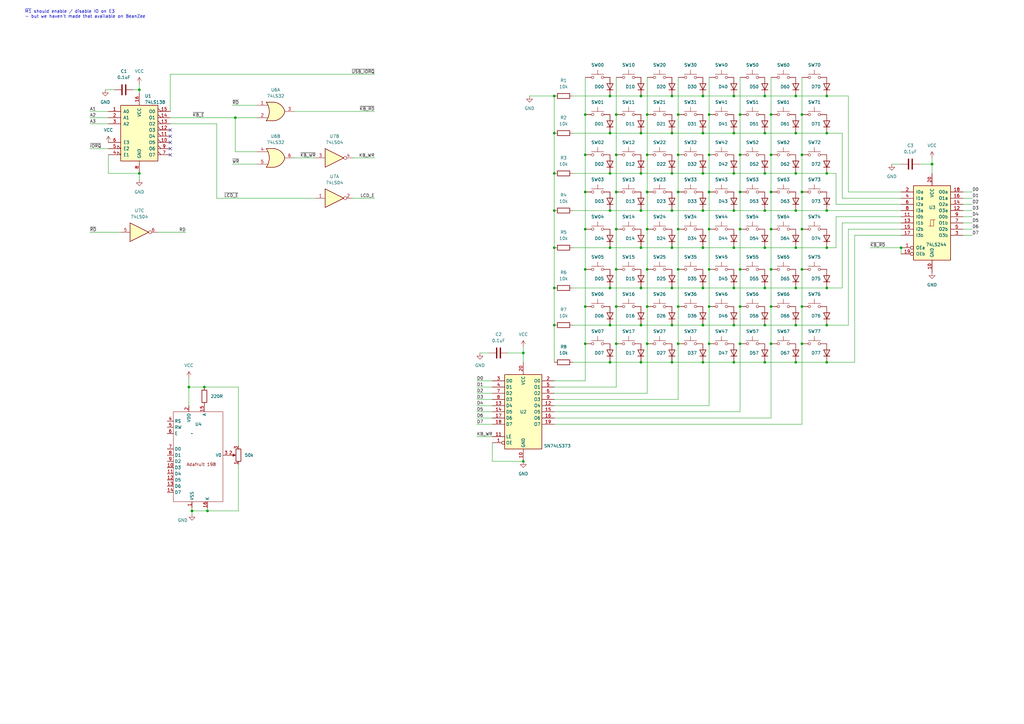
<source format=kicad_sch>
(kicad_sch (version 20230121) (generator eeschema)
  (paper "A3")
  (title_block (title "BeanBoard") (company "PainfulDiodes"))
  (junction (at 288.29 101.6))
  (junction (at 275.59 71.12))
  (junction (at 278.13 46.99))
  (junction (at 240.03 63.5))
  (junction (at 262.89 118.11))
  (junction (at 303.53 110.49))
  (junction (at 313.69 148.59))
  (junction (at 275.59 133.35))
  (junction (at 339.09 54.61))
  (junction (at 250.19 101.6))
  (junction (at 252.73 125.73))
  (junction (at 303.53 63.5))
  (junction (at 300.99 86.36))
  (junction (at 265.43 78.74))
  (junction (at 326.39 118.11))
  (junction (at 313.69 118.11))
  (junction (at 328.93 125.73))
  (junction (at 326.39 86.36))
  (junction (at 339.09 148.59))
  (junction (at 290.83 78.74))
  (junction (at 313.69 71.12))
  (junction (at 250.19 118.11))
  (junction (at 57.15 36.83))
  (junction (at 250.19 39.37))
  (junction (at 262.89 101.6))
  (junction (at 303.53 140.97))
  (junction (at 275.59 148.59))
  (junction (at 339.09 86.36))
  (junction (at 278.13 93.98))
  (junction (at 316.23 46.99))
  (junction (at 303.53 93.98))
  (junction (at 339.09 133.35))
  (junction (at 262.89 148.59))
  (junction (at 275.59 118.11))
  (junction (at 250.19 148.59))
  (junction (at 328.93 110.49))
  (junction (at 250.19 86.36))
  (junction (at 316.23 110.49))
  (junction (at 250.19 71.12))
  (junction (at 275.59 39.37))
  (junction (at 278.13 110.49))
  (junction (at 339.09 118.11))
  (junction (at 313.69 86.36))
  (junction (at 328.93 78.74))
  (junction (at 275.59 54.61))
  (junction (at 265.43 93.98))
  (junction (at 300.99 118.11))
  (junction (at 313.69 101.6))
  (junction (at 252.73 46.99))
  (junction (at 326.39 54.61))
  (junction (at 316.23 125.73))
  (junction (at 227.33 71.12))
  (junction (at 288.29 133.35))
  (junction (at 290.83 125.73))
  (junction (at 303.53 46.99))
  (junction (at 326.39 39.37))
  (junction (at 250.19 133.35))
  (junction (at 288.29 54.61))
  (junction (at 339.09 39.37))
  (junction (at 262.89 86.36))
  (junction (at 290.83 140.97))
  (junction (at 250.19 54.61))
  (junction (at 290.83 63.5))
  (junction (at 252.73 93.98))
  (junction (at 265.43 110.49))
  (junction (at 240.03 78.74))
  (junction (at 252.73 63.5))
  (junction (at 316.23 140.97))
  (junction (at 265.43 63.5))
  (junction (at 275.59 101.6))
  (junction (at 313.69 39.37))
  (junction (at 339.09 71.12))
  (junction (at 303.53 78.74))
  (junction (at 328.93 93.98))
  (junction (at 326.39 148.59))
  (junction (at 57.15 71.12))
  (junction (at 227.33 54.61))
  (junction (at 252.73 78.74))
  (junction (at 265.43 125.73))
  (junction (at 313.69 54.61))
  (junction (at 313.69 133.35))
  (junction (at 262.89 71.12))
  (junction (at 290.83 110.49))
  (junction (at 300.99 54.61))
  (junction (at 288.29 118.11))
  (junction (at 78.74 209.55))
  (junction (at 290.83 93.98))
  (junction (at 300.99 101.6))
  (junction (at 262.89 54.61))
  (junction (at 316.23 63.5))
  (junction (at 240.03 110.49))
  (junction (at 227.33 101.6))
  (junction (at 316.23 78.74))
  (junction (at 262.89 39.37))
  (junction (at 369.57 101.6))
  (junction (at 300.99 133.35))
  (junction (at 339.09 101.6))
  (junction (at 288.29 39.37))
  (junction (at 240.03 125.73))
  (junction (at 227.33 118.11))
  (junction (at 262.89 133.35))
  (junction (at 96.52 48.26))
  (junction (at 252.73 110.49))
  (junction (at 214.63 189.23))
  (junction (at 252.73 140.97))
  (junction (at 288.29 148.59))
  (junction (at 326.39 71.12))
  (junction (at 227.33 133.35))
  (junction (at 85.09 209.55))
  (junction (at 240.03 140.97))
  (junction (at 240.03 46.99))
  (junction (at 278.13 140.97))
  (junction (at 326.39 101.6))
  (junction (at 300.99 71.12))
  (junction (at 265.43 46.99))
  (junction (at 290.83 46.99))
  (junction (at 240.03 93.98))
  (junction (at 300.99 148.59))
  (junction (at 328.93 46.99))
  (junction (at 288.29 86.36))
  (junction (at 300.99 39.37))
  (junction (at 214.63 144.78))
  (junction (at -52.07 194.31))
  (junction (at 328.93 140.97))
  (junction (at 303.53 125.73))
  (junction (at 77.47 158.75))
  (junction (at 265.43 140.97))
  (junction (at 227.33 86.36))
  (junction (at 328.93 63.5))
  (junction (at 278.13 78.74))
  (junction (at 275.59 86.36))
  (junction (at 83.82 158.75))
  (junction (at 288.29 71.12))
  (junction (at 316.23 93.98))
  (junction (at 227.33 39.37))
  (junction (at 326.39 133.35))
  (junction (at 278.13 63.5))
  (junction (at 382.27 67.31))
  (junction (at 278.13 125.73))
  (no_connect (at 69.85 63.5))
  (no_connect (at 69.85 55.88))
  (no_connect (at 69.85 53.34))
  (no_connect (at 69.85 60.96))
  (no_connect (at 69.85 58.42))
  (wire (pts (xy 252.73 63.5) (xy 252.73 78.74)))
  (wire (pts (xy 316.23 110.49) (xy 316.23 125.73)))
  (wire (pts (xy 262.89 133.35) (xy 275.59 133.35)))
  (wire (pts (xy 394.97 96.52) (xy 398.78 96.52)))
  (wire (pts (xy 300.99 39.37) (xy 313.69 39.37)))
  (wire (pts (xy 252.73 140.97) (xy 252.73 158.75)))
  (wire (pts (xy 288.29 71.12) (xy 300.99 71.12)))
  (wire (pts (xy 120.65 64.77) (xy 129.54 64.77)))
  (wire (pts (xy 195.58 168.91) (xy 201.93 168.91)))
  (wire (pts (xy 36.83 60.96) (xy 44.45 60.96)))
  (wire (pts (xy 275.59 71.12) (xy 288.29 71.12)))
  (wire (pts (xy 227.33 86.36) (xy 227.33 101.6)))
  (wire (pts (xy -52.07 204.47) (xy -52.07 209.55)))
  (wire (pts (xy 250.19 101.6) (xy 262.89 101.6)))
  (wire (pts (xy 88.9 81.28) (xy 129.54 81.28)))
  (wire (pts (xy 227.33 118.11) (xy 227.33 133.35)))
  (wire (pts (xy 278.13 31.75) (xy 278.13 46.99)))
  (wire (pts (xy 288.29 101.6) (xy 300.99 101.6)))
  (wire (pts (xy 105.41 67.31) (xy 95.25 67.31)))
  (wire (pts (xy 195.58 173.99) (xy 201.93 173.99)))
  (wire (pts (xy 275.59 148.59) (xy 275.59 146.05)))
  (wire (pts (xy 227.33 171.45) (xy 316.23 171.45)))
  (wire (pts (xy 227.33 168.91) (xy 303.53 168.91)))
  (wire (pts (xy -71.12 162.56) (xy -55.88 162.56)))
  (wire (pts (xy 97.79 158.75) (xy 83.82 158.75)))
  (wire (pts (xy 300.99 71.12) (xy 313.69 71.12)))
  (wire (pts (xy 316.23 125.73) (xy 316.23 140.97)))
  (wire (pts (xy 339.09 86.36) (xy 369.57 86.36)))
  (wire (pts (xy 195.58 158.75) (xy 201.93 158.75)))
  (wire (pts (xy 144.78 81.28) (xy 153.67 81.28)))
  (wire (pts (xy 234.95 101.6) (xy 250.19 101.6)))
  (wire (pts (xy 240.03 63.5) (xy 240.03 78.74)))
  (wire (pts (xy -71.12 165.1) (xy -55.88 165.1)))
  (wire (pts (xy 278.13 46.99) (xy 278.13 63.5)))
  (wire (pts (xy -63.5 137.16) (xy -55.88 137.16)))
  (wire (pts (xy 195.58 163.83) (xy 201.93 163.83)))
  (wire (pts (xy 275.59 86.36) (xy 288.29 86.36)))
  (wire (pts (xy 227.33 158.75) (xy 252.73 158.75)))
  (wire (pts (xy -71.12 172.72) (xy -55.88 172.72)))
  (wire (pts (xy 339.09 101.6) (xy 342.9 101.6)))
  (wire (pts (xy 201.93 181.61) (xy 201.93 189.23)))
  (wire (pts (xy 326.39 148.59) (xy 339.09 148.59)))
  (wire (pts (xy 316.23 31.75) (xy 316.23 46.99)))
  (wire (pts (xy 77.47 158.75) (xy 77.47 166.37)))
  (wire (pts (xy 57.15 73.66) (xy 57.15 71.12)))
  (wire (pts (xy 195.58 179.07) (xy 201.93 179.07)))
  (wire (pts (xy -77.47 200.66) (xy -77.47 147.32)))
  (wire (pts (xy 36.83 45.72) (xy 44.45 45.72)))
  (wire (pts (xy 195.58 161.29) (xy 201.93 161.29)))
  (wire (pts (xy 252.73 78.74) (xy 252.73 93.98)))
  (wire (pts (xy 105.41 48.26) (xy 96.52 48.26)))
  (wire (pts (xy 97.79 190.5) (xy 97.79 209.55)))
  (wire (pts (xy -68.58 180.34) (xy -55.88 180.34)))
  (wire (pts (xy 265.43 46.99) (xy 265.43 63.5)))
  (wire (pts (xy -71.12 175.26) (xy -55.88 175.26)))
  (wire (pts (xy 290.83 93.98) (xy 290.83 110.49)))
  (wire (pts (xy 278.13 93.98) (xy 278.13 110.49)))
  (wire (pts (xy 36.83 50.8) (xy 44.45 50.8)))
  (wire (pts (xy -52.07 194.31) (xy -52.07 196.85)))
  (wire (pts (xy 278.13 78.74) (xy 278.13 93.98)))
  (wire (pts (xy 195.58 156.21) (xy 201.93 156.21)))
  (wire (pts (xy 240.03 93.98) (xy 240.03 110.49)))
  (wire (pts (xy 288.29 86.36) (xy 300.99 86.36)))
  (wire (pts (xy 227.33 39.37) (xy 227.33 54.61)))
  (wire (pts (xy 69.85 30.48) (xy 153.67 30.48)))
  (wire (pts (xy 240.03 125.73) (xy 240.03 140.97)))
  (wire (pts (xy 288.29 133.35) (xy 300.99 133.35)))
  (wire (pts (xy 303.53 93.98) (xy 303.53 110.49)))
  (wire (pts (xy 313.69 148.59) (xy 326.39 148.59)))
  (wire (pts (xy 345.44 91.44) (xy 345.44 118.11)))
  (wire (pts (xy 214.63 144.78) (xy 214.63 148.59)))
  (wire (pts (xy 316.23 171.45) (xy 316.23 140.97)))
  (wire (pts (xy 265.43 110.49) (xy 265.43 125.73)))
  (wire (pts (xy 250.19 71.12) (xy 262.89 71.12)))
  (wire (pts (xy 394.97 88.9) (xy 398.78 88.9)))
  (wire (pts (xy 326.39 101.6) (xy 339.09 101.6)))
  (wire (pts (xy 275.59 118.11) (xy 288.29 118.11)))
  (wire (pts (xy 262.89 86.36) (xy 275.59 86.36)))
  (wire (pts (xy 326.39 54.61) (xy 339.09 54.61)))
  (wire (pts (xy 342.9 83.82) (xy 342.9 71.12)))
  (wire (pts (xy 278.13 63.5) (xy 278.13 78.74)))
  (wire (pts (xy 265.43 63.5) (xy 265.43 78.74)))
  (wire (pts (xy 36.83 95.25) (xy 49.53 95.25)))
  (wire (pts (xy -73.66 191.77) (xy -73.66 194.31)))
  (wire (pts (xy -73.66 194.31) (xy -52.07 194.31)))
  (wire (pts (xy 227.33 161.29) (xy 265.43 161.29)))
  (wire (pts (xy 290.83 166.37) (xy 290.83 140.97)))
  (wire (pts (xy 350.52 96.52) (xy 350.52 148.59)))
  (wire (pts (xy 262.89 101.6) (xy 275.59 101.6)))
  (wire (pts (xy 78.74 210.82) (xy 78.74 209.55)))
  (wire (pts (xy 240.03 110.49) (xy 240.03 125.73)))
  (wire (pts (xy 120.65 45.72) (xy 153.67 45.72)))
  (wire (pts (xy 234.95 54.61) (xy 250.19 54.61)))
  (wire (pts (xy 328.93 31.75) (xy 328.93 46.99)))
  (wire (pts (xy 303.53 110.49) (xy 303.53 125.73)))
  (wire (pts (xy -77.47 147.32) (xy -55.88 147.32)))
  (wire (pts (xy 328.93 46.99) (xy 328.93 63.5)))
  (wire (pts (xy 196.85 144.78) (xy 200.66 144.78)))
  (wire (pts (xy 288.29 54.61) (xy 300.99 54.61)))
  (wire (pts (xy 328.93 125.73) (xy 328.93 140.97)))
  (wire (pts (xy 262.89 148.59) (xy 275.59 148.59)))
  (wire (pts (xy 201.93 189.23) (xy 214.63 189.23)))
  (wire (pts (xy 275.59 101.6) (xy 288.29 101.6)))
  (wire (pts (xy 303.53 168.91) (xy 303.53 140.97)))
  (wire (pts (xy 227.33 156.21) (xy 240.03 156.21)))
  (wire (pts (xy 275.59 54.61) (xy 288.29 54.61)))
  (wire (pts (xy 105.41 62.23) (xy 96.52 62.23)))
  (wire (pts (xy 265.43 78.74) (xy 265.43 93.98)))
  (wire (pts (xy 234.95 71.12) (xy 250.19 71.12)))
  (wire (pts (xy 288.29 148.59) (xy 300.99 148.59)))
  (wire (pts (xy 300.99 86.36) (xy 313.69 86.36)))
  (wire (pts (xy 77.47 158.75) (xy 83.82 158.75)))
  (wire (pts (xy 144.78 64.77) (xy 153.67 64.77)))
  (wire (pts (xy 290.83 31.75) (xy 290.83 46.99)))
  (wire (pts (xy 96.52 48.26) (xy 96.52 62.23)))
  (wire (pts (xy 227.33 173.99) (xy 328.93 173.99)))
  (wire (pts (xy 300.99 148.59) (xy 313.69 148.59)))
  (wire (pts (xy 265.43 93.98) (xy 265.43 110.49)))
  (wire (pts (xy 313.69 54.61) (xy 326.39 54.61)))
  (wire (pts (xy 43.18 36.83) (xy 46.99 36.83)))
  (wire (pts (xy 97.79 182.88) (xy 97.79 158.75)))
  (wire (pts (xy 78.74 209.55) (xy 85.09 209.55)))
  (wire (pts (xy 44.45 71.12) (xy 57.15 71.12)))
  (wire (pts (xy 326.39 86.36) (xy 339.09 86.36)))
  (wire (pts (xy 252.73 110.49) (xy 252.73 125.73)))
  (wire (pts (xy 290.83 46.99) (xy 290.83 63.5)))
  (wire (pts (xy 369.57 83.82) (xy 342.9 83.82)))
  (wire (pts (xy 262.89 39.37) (xy 275.59 39.37)))
  (wire (pts (xy 240.03 46.99) (xy 240.03 63.5)))
  (wire (pts (xy 377.19 67.31) (xy 382.27 67.31)))
  (wire (pts (xy 227.33 101.6) (xy 227.33 118.11)))
  (wire (pts (xy 290.83 110.49) (xy 290.83 125.73)))
  (wire (pts (xy 275.59 133.35) (xy 288.29 133.35)))
  (wire (pts (xy 342.9 71.12) (xy 339.09 71.12)))
  (wire (pts (xy 44.45 63.5) (xy 44.45 71.12)))
  (wire (pts (xy 290.83 125.73) (xy 290.83 140.97)))
  (wire (pts (xy 339.09 118.11) (xy 345.44 118.11)))
  (wire (pts (xy 313.69 101.6) (xy 326.39 101.6)))
  (wire (pts (xy 394.97 78.74) (xy 398.78 78.74)))
  (wire (pts (xy 227.33 133.35) (xy 227.33 148.59)))
  (wire (pts (xy 278.13 163.83) (xy 278.13 140.97)))
  (wire (pts (xy 234.95 148.59) (xy 250.19 148.59)))
  (wire (pts (xy 195.58 171.45) (xy 201.93 171.45)))
  (wire (pts (xy 303.53 125.73) (xy 303.53 140.97)))
  (wire (pts (xy -71.12 170.18) (xy -55.88 170.18)))
  (wire (pts (xy 300.99 54.61) (xy 313.69 54.61)))
  (wire (pts (xy 234.95 39.37) (xy 250.19 39.37)))
  (wire (pts (xy -73.66 184.15) (xy -73.66 177.8)))
  (wire (pts (xy 369.57 81.28) (xy 345.44 81.28)))
  (wire (pts (xy 369.57 88.9) (xy 342.9 88.9)))
  (wire (pts (xy 313.69 71.12) (xy 326.39 71.12)))
  (wire (pts (xy 214.63 142.24) (xy 214.63 144.78)))
  (wire (pts (xy 234.95 133.35) (xy 250.19 133.35)))
  (wire (pts (xy 290.83 78.74) (xy 290.83 93.98)))
  (wire (pts (xy 288.29 118.11) (xy 300.99 118.11)))
  (wire (pts (xy 275.59 39.37) (xy 288.29 39.37)))
  (wire (pts (xy 69.85 45.72) (xy 69.85 30.48)))
  (wire (pts (xy 316.23 63.5) (xy 316.23 78.74)))
  (wire (pts (xy 328.93 78.74) (xy 328.93 93.98)))
  (wire (pts (xy 54.61 36.83) (xy 57.15 36.83)))
  (wire (pts (xy 313.69 118.11) (xy 326.39 118.11)))
  (wire (pts (xy 303.53 46.99) (xy 303.53 63.5)))
  (wire (pts (xy 95.25 43.18) (xy 105.41 43.18)))
  (wire (pts (xy 227.33 166.37) (xy 290.83 166.37)))
  (wire (pts (xy 369.57 78.74) (xy 347.98 78.74)))
  (wire (pts (xy 326.39 133.35) (xy 339.09 133.35)))
  (wire (pts (xy -71.12 167.64) (xy -55.88 167.64)))
  (wire (pts (xy 313.69 133.35) (xy 326.39 133.35)))
  (wire (pts (xy 394.97 93.98) (xy 398.78 93.98)))
  (wire (pts (xy 234.95 86.36) (xy 250.19 86.36)))
  (wire (pts (xy 227.33 71.12) (xy 227.33 86.36)))
  (wire (pts (xy 328.93 93.98) (xy 328.93 110.49)))
  (wire (pts (xy -71.12 149.86) (xy -55.88 149.86)))
  (wire (pts (xy 250.19 148.59) (xy 262.89 148.59)))
  (wire (pts (xy 85.09 209.55) (xy 85.09 208.28)))
  (wire (pts (xy 265.43 125.73) (xy 265.43 140.97)))
  (wire (pts (xy 240.03 31.75) (xy 240.03 46.99)))
  (wire (pts (xy 369.57 101.6) (xy 369.57 104.14)))
  (wire (pts (xy 316.23 78.74) (xy 316.23 93.98)))
  (wire (pts (xy 250.19 54.61) (xy 262.89 54.61)))
  (wire (pts (xy 328.93 173.99) (xy 328.93 140.97)))
  (wire (pts (xy 328.93 110.49) (xy 328.93 125.73)))
  (wire (pts (xy 326.39 71.12) (xy 339.09 71.12)))
  (wire (pts (xy -71.12 160.02) (xy -55.88 160.02)))
  (wire (pts (xy -55.88 137.16) (xy -55.88 142.24)))
  (wire (pts (xy 275.59 148.59) (xy 288.29 148.59)))
  (wire (pts (xy 227.33 163.83) (xy 278.13 163.83)))
  (wire (pts (xy -71.12 154.94) (xy -55.88 154.94)))
  (wire (pts (xy 234.95 118.11) (xy 250.19 118.11)))
  (wire (pts (xy 250.19 86.36) (xy 262.89 86.36)))
  (wire (pts (xy 369.57 91.44) (xy 345.44 91.44)))
  (wire (pts (xy 303.53 78.74) (xy 303.53 93.98)))
  (wire (pts (xy 345.44 81.28) (xy 345.44 54.61)))
  (wire (pts (xy 369.57 96.52) (xy 350.52 96.52)))
  (wire (pts (xy 347.98 93.98) (xy 347.98 133.35)))
  (wire (pts (xy 57.15 34.29) (xy 57.15 36.83)))
  (wire (pts (xy 265.43 140.97) (xy 265.43 161.29)))
  (wire (pts (xy -52.07 191.77) (xy -52.07 194.31)))
  (wire (pts (xy 265.43 31.75) (xy 265.43 46.99)))
  (wire (pts (xy 252.73 93.98) (xy 252.73 110.49)))
  (wire (pts (xy 252.73 31.75) (xy 252.73 46.99)))
  (wire (pts (xy 300.99 133.35) (xy 313.69 133.35)))
  (wire (pts (xy 69.85 50.8) (xy 88.9 50.8)))
  (wire (pts (xy 252.73 46.99) (xy 252.73 63.5)))
  (wire (pts (xy 69.85 48.26) (xy 96.52 48.26)))
  (wire (pts (xy 300.99 118.11) (xy 313.69 118.11)))
  (wire (pts (xy 240.03 140.97) (xy 240.03 156.21)))
  (wire (pts (xy 394.97 81.28) (xy 398.78 81.28)))
  (wire (pts (xy 339.09 54.61) (xy 345.44 54.61)))
  (wire (pts (xy 339.09 133.35) (xy 347.98 133.35)))
  (wire (pts (xy 316.23 93.98) (xy 316.23 110.49)))
  (wire (pts (xy 382.27 67.31) (xy 382.27 71.12)))
  (wire (pts (xy 339.09 39.37) (xy 347.98 39.37)))
  (wire (pts (xy 394.97 91.44) (xy 398.78 91.44)))
  (wire (pts (xy 369.57 93.98) (xy 347.98 93.98)))
  (wire (pts (xy -71.12 157.48) (xy -55.88 157.48)))
  (wire (pts (xy 356.87 101.6) (xy 369.57 101.6)))
  (wire (pts (xy 240.03 78.74) (xy 240.03 93.98)))
  (wire (pts (xy 36.83 48.26) (xy 44.45 48.26)))
  (wire (pts (xy 262.89 54.61) (xy 275.59 54.61)))
  (wire (pts (xy 275.59 101.6) (xy 275.59 99.06)))
  (wire (pts (xy 250.19 39.37) (xy 262.89 39.37)))
  (wire (pts (xy 328.93 63.5) (xy 328.93 78.74)))
  (wire (pts (xy 394.97 83.82) (xy 398.78 83.82)))
  (wire (pts (xy 313.69 39.37) (xy 326.39 39.37)))
  (wire (pts (xy 57.15 36.83) (xy 57.15 38.1)))
  (wire (pts (xy 339.09 148.59) (xy 350.52 148.59)))
  (wire (pts (xy 64.77 95.25) (xy 76.2 95.25)))
  (wire (pts (xy 303.53 31.75) (xy 303.53 46.99)))
  (wire (pts (xy 262.89 71.12) (xy 275.59 71.12)))
  (wire (pts (xy 326.39 39.37) (xy 339.09 39.37)))
  (wire (pts (xy 394.97 86.36) (xy 398.78 86.36)))
  (wire (pts (xy 300.99 101.6) (xy 313.69 101.6)))
  (wire (pts (xy 77.47 154.94) (xy 77.47 158.75)))
  (wire (pts (xy -55.88 200.66) (xy -77.47 200.66)))
  (wire (pts (xy 365.76 67.31) (xy 369.57 67.31)))
  (wire (pts (xy 313.69 86.36) (xy 326.39 86.36)))
  (wire (pts (xy 303.53 63.5) (xy 303.53 78.74)))
  (wire (pts (xy 278.13 110.49) (xy 278.13 125.73)))
  (wire (pts (xy 288.29 39.37) (xy 300.99 39.37)))
  (wire (pts (xy 262.89 118.11) (xy 275.59 118.11)))
  (wire (pts (xy -73.66 177.8) (xy -55.88 177.8)))
  (wire (pts (xy 252.73 125.73) (xy 252.73 140.97)))
  (wire (pts (xy -71.12 152.4) (xy -55.88 152.4)))
  (wire (pts (xy 290.83 63.5) (xy 290.83 78.74)))
  (wire (pts (xy 347.98 78.74) (xy 347.98 39.37)))
  (wire (pts (xy 78.74 209.55) (xy 78.74 208.28)))
  (wire (pts (xy -77.47 144.78) (xy -55.88 144.78)))
  (wire (pts (xy 208.28 144.78) (xy 214.63 144.78)))
  (wire (pts (xy 382.27 64.77) (xy 382.27 67.31)))
  (wire (pts (xy 250.19 133.35) (xy 262.89 133.35)))
  (wire (pts (xy 195.58 166.37) (xy 201.93 166.37)))
  (wire (pts (xy 88.9 50.8) (xy 88.9 81.28)))
  (wire (pts (xy 342.9 88.9) (xy 342.9 101.6)))
  (wire (pts (xy 316.23 46.99) (xy 316.23 63.5)))
  (wire (pts (xy 97.79 209.55) (xy 85.09 209.55)))
  (wire (pts (xy 326.39 118.11) (xy 339.09 118.11)))
  (wire (pts (xy 217.17 39.37) (xy 227.33 39.37)))
  (wire (pts (xy 278.13 125.73) (xy 278.13 140.97)))
  (wire (pts (xy 250.19 118.11) (xy 262.89 118.11)))
  (wire (pts (xy 227.33 54.61) (xy 227.33 71.12)))
  (text "~{M1} should enable / disable IO on E3\n- but we haven't made that available on BeanZee" (at 10.16 7.62 0) (effects (font (size 1.27 1.27)) (justify left bottom)))
  (text "LED" (at -65.6996 183.8446 0) (effects (font (size 1.27 1.27)) (justify left bottom)))
  (text "LCD_R/~{W}" (at -49.53 152.4 0) (effects (font (size 1.27 1.27)) (justify left bottom)))
  (text "LCD_RS : 0 = status / 1 = data" (at -49.53 149.86 0) (effects (font (size 1.27 1.27)) (justify left bottom)))
  (text "LCD GND" (at -49.53 142.24 0) (effects (font (size 1.27 1.27)) (justify left bottom)))
  (text "LCD VCC" (at -49.53 144.78 0) (effects (font (size 1.27 1.27)) (justify left bottom)))
  (label "D5" (at -71.12 170.18 0))
  (label "D1" (at -71.12 160.02 0))
  (label "D6" (at -71.12 172.72 0))
  (label "A3" (at 36.83 50.8 0))
  (label "LCD_V0" (at -71.12 147.32 0))
  (label "~{LCD_E}" (at 97.79 81.28 180))
  (label "~{USB_IORQ}" (at 153.67 30.48 180))
  (label "D4" (at 398.78 88.9 0))
  (label "D2" (at -71.12 162.56 0))
  (label "~{WR}" (at 95.25 67.31 0))
  (label "D3" (at 398.78 86.36 0))
  (label "D3" (at 195.58 163.83 0))
  (label "~{KB_RD}" (at 153.67 45.72 180))
  (label "D1" (at 195.58 158.75 0))
  (label "A1" (at 36.83 45.72 0))
  (label "D7" (at -71.12 175.26 0))
  (label "A2" (at 36.83 48.26 0))
  (label "~{RD}" (at 36.83 95.25 0))
  (label "D6" (at 195.58 171.45 0))
  (label "RD" (at 76.2 95.25 180))
  (label "~{KB_RD}" (at 356.87 101.6 0))
  (label "D3" (at -71.12 165.1 0))
  (label "D0" (at 195.58 156.21 0))
  (label "LCD_E" (at -71.12 154.94 0))
  (label "~{IORQ}" (at 36.83 60.96 0))
  (label "LCD_E" (at 153.67 81.28 180))
  (label "D5" (at 398.78 91.44 0))
  (label "D4" (at -71.12 167.64 0))
  (label "D7" (at 195.58 173.99 0))
  (label "D2" (at 398.78 83.82 0))
  (label "D7" (at 398.78 96.52 0))
  (label "D6" (at 398.78 93.98 0))
  (label "~{KB_WR}" (at 129.54 64.77 180))
  (label "~{RD}" (at 95.25 43.18 0))
  (label "KB_WR" (at 153.67 64.77 180))
  (label "D4" (at 195.58 166.37 0))
  (label "D0" (at -71.12 157.48 0))
  (label "D1" (at 398.78 81.28 0))
  (label "LCD_LED_VCC" (at -71.12 177.8 0))
  (label "A0" (at -71.12 149.86 0))
  (label "KB_WR" (at 195.58 179.07 0))
  (label "~{KB_E}" (at 83.82 48.26 180))
  (label "D2" (at 195.58 161.29 0))
  (label "D0" (at 398.78 78.74 0))
  (label "D5" (at 195.58 168.91 0))
  (label "RD" (at -71.12 152.4 0))
  (symbol (lib_id "Switch:SW_Push") (at 245.11 93.98 0) (unit 1)
    (property "Reference" "SW04" (at 245.11 88.9 0))
    (property "Value" "SW_Push_45deg" (effects hide))
    (property "Footprint" "SW_B3F-4000_OMR:SW_B3F-4000_OMR" (effects hide))
  )
  (symbol (lib_id "Diode:1N4148") (at 339.09 144.78 90) (unit 1)
    (property "Reference" "D77" (at 332.74 144.78 90) (effects (justify right)))
    (property "Value" "1N4148" (effects hide))
    (property "Footprint" "Diode_THT:D_DO-35_SOD27_P7.62mm_Horizontal" (effects hide))
    (property "Datasheet" "https://assets.nexperia.com/documents/data-sheet/1N4148_1N4448.pdf" (effects hide))
    (property "Sim.Device" "D" (effects hide))
    (property "Sim.Pins" "1=K 2=A" (effects hide))
  )
  (symbol (lib_id "Diode:1N4148") (at 313.69 129.54 90) (unit 1)
    (property "Reference" "D56" (at 307.34 129.54 90) (effects (justify right)))
    (property "Value" "1N4148" (effects hide))
    (property "Footprint" "Diode_THT:D_DO-35_SOD27_P7.62mm_Horizontal" (effects hide))
    (property "Datasheet" "https://assets.nexperia.com/documents/data-sheet/1N4148_1N4448.pdf" (effects hide))
    (property "Sim.Device" "D" (effects hide))
    (property "Sim.Pins" "1=K 2=A" (effects hide))
  )
  (symbol (lib_id "Switch:SW_Push") (at 295.91 140.97 0) (unit 1)
    (property "Reference" "SW47" (at 295.91 135.89 0))
    (property "Value" "SW_Push_45deg" (effects hide))
    (property "Footprint" "SW_B3F-4000_OMR:SW_B3F-4000_OMR" (effects hide))
  )
  (symbol (lib_id "Diode:1N4148") (at 326.39 129.54 90) (unit 1)
    (property "Reference" "D66" (at 320.04 129.54 90) (effects (justify right)))
    (property "Value" "1N4148" (effects hide))
    (property "Footprint" "Diode_THT:D_DO-35_SOD27_P7.62mm_Horizontal" (effects hide))
    (property "Datasheet" "https://assets.nexperia.com/documents/data-sheet/1N4148_1N4448.pdf" (effects hide))
    (property "Sim.Device" "D" (effects hide))
    (property "Sim.Pins" "1=K 2=A" (effects hide))
  )
  (symbol (lib_id "Switch:SW_Push") (at 295.91 46.99 0) (unit 1)
    (property "Reference" "SW41" (at 295.91 41.91 0))
    (property "Value" "SW_Push_45deg" (effects hide))
    (property "Footprint" "SW_B3F-4000_OMR:SW_B3F-4000_OMR" (effects hide))
  )
  (symbol (lib_id "Switch:SW_Push") (at 308.61 125.73 0) (unit 1)
    (property "Reference" "SW56" (at 308.61 120.65 0))
    (property "Value" "SW_Push_45deg" (effects hide))
    (property "Footprint" "SW_B3F-4000_OMR:SW_B3F-4000_OMR" (effects hide))
  )
  (symbol (lib_id "Switch:SW_Push") (at 308.61 63.5 0) (unit 1)
    (property "Reference" "SW52" (at 308.61 58.42 0))
    (property "Value" "SW_Push_45deg" (effects hide))
    (property "Footprint" "SW_B3F-4000_OMR:SW_B3F-4000_OMR" (effects hide))
  )
  (symbol (lib_id "Diode:1N4148") (at 326.39 97.79 90) (unit 1)
    (property "Reference" "D64" (at 320.04 97.79 90) (effects (justify right)))
    (property "Value" "1N4148" (effects hide))
    (property "Footprint" "Diode_THT:D_DO-35_SOD27_P7.62mm_Horizontal" (effects hide))
    (property "Datasheet" "https://assets.nexperia.com/documents/data-sheet/1N4148_1N4448.pdf" (effects hide))
    (property "Sim.Device" "D" (effects hide))
    (property "Sim.Pins" "1=K 2=A" (effects hide))
  )
  (symbol (lib_id "Diode:1N4148") (at 313.69 144.78 90) (unit 1)
    (property "Reference" "D57" (at 307.34 144.78 90) (effects (justify right)))
    (property "Value" "1N4148" (effects hide))
    (property "Footprint" "Diode_THT:D_DO-35_SOD27_P7.62mm_Horizontal" (effects hide))
    (property "Datasheet" "https://assets.nexperia.com/documents/data-sheet/1N4148_1N4448.pdf" (effects hide))
    (property "Sim.Device" "D" (effects hide))
    (property "Sim.Pins" "1=K 2=A" (effects hide))
  )
  (symbol (lib_id "Switch:SW_Push") (at 334.01 140.97 0) (unit 1)
    (property "Reference" "SW77" (at 334.01 135.89 0))
    (property "Value" "SW_Push_45deg" (effects hide))
    (property "Footprint" "SW_B3F-4000_OMR:SW_B3F-4000_OMR" (effects hide))
  )
  (symbol (lib_id "Device:R") (at 231.14 118.11 90) (unit 1)
    (property "Reference" "R6" (at 231.14 111.76 90))
    (property "Value" "10k" (at 231.14 114.3 90))
    (property "Footprint" "Resistor_THT:R_Axial_DIN0204_L3.6mm_D1.6mm_P7.62mm_Horizontal" (effects hide))
  )
  (symbol (lib_id "Diode:1N4148") (at 339.09 82.55 90) (unit 1)
    (property "Reference" "D73" (at 332.74 82.55 90) (effects (justify right)))
    (property "Value" "1N4148" (effects hide))
    (property "Footprint" "Diode_THT:D_DO-35_SOD27_P7.62mm_Horizontal" (effects hide))
    (property "Datasheet" "https://assets.nexperia.com/documents/data-sheet/1N4148_1N4448.pdf" (effects hide))
    (property "Sim.Device" "D" (effects hide))
    (property "Sim.Pins" "1=K 2=A" (effects hide))
  )
  (symbol (lib_id "Switch:SW_Push") (at 321.31 125.73 0) (unit 1)
    (property "Reference" "SW66" (at 321.31 120.65 0))
    (property "Value" "SW_Push_45deg" (effects hide))
    (property "Footprint" "SW_B3F-4000_OMR:SW_B3F-4000_OMR" (effects hide))
  )
  (symbol (lib_id "Diode:1N4148") (at 262.89 97.79 90) (unit 1)
    (property "Reference" "D14" (at 256.54 97.79 90) (effects (justify right)))
    (property "Value" "1N4148" (effects hide))
    (property "Footprint" "Diode_THT:D_DO-35_SOD27_P7.62mm_Horizontal" (effects hide))
    (property "Datasheet" "https://assets.nexperia.com/documents/data-sheet/1N4148_1N4448.pdf" (effects hide))
    (property "Sim.Device" "D" (effects hide))
    (property "Sim.Pins" "1=K 2=A" (effects hide))
  )
  (symbol (lib_id "Switch:SW_Push") (at 321.31 63.5 0) (unit 1)
    (property "Reference" "SW62" (at 321.31 58.42 0))
    (property "Value" "SW_Push_45deg" (effects hide))
    (property "Footprint" "SW_B3F-4000_OMR:SW_B3F-4000_OMR" (effects hide))
  )
  (symbol (lib_id "Switch:SW_Push") (at 257.81 140.97 0) (unit 1)
    (property "Reference" "SW17" (at 257.81 135.89 0))
    (property "Value" "SW_Push_45deg" (effects hide))
    (property "Footprint" "SW_B3F-4000_OMR:SW_B3F-4000_OMR" (effects hide))
  )
  (symbol (lib_id "Device:R") (at 231.14 148.59 90) (unit 1)
    (property "Reference" "R8" (at 231.14 142.24 90))
    (property "Value" "10k" (at 231.14 144.78 90))
    (property "Footprint" "Resistor_THT:R_Axial_DIN0204_L3.6mm_D1.6mm_P7.62mm_Horizontal" (effects hide))
  )
  (symbol (lib_id "power:GND") (at 214.63 189.23 0) (unit 1)
    (property "Reference" "#PWR09" (effects hide))
    (property "Value" "GND" (at 214.63 194.31 0))
  )
  (symbol (lib_id "power:GND") (at 217.17 39.37 0) (unit 1)
    (property "Reference" "#PWR05" (effects hide))
    (property "Value" "GND" (at 217.17 44.45 0))
  )
  (symbol (lib_id "power:GND") (at 43.18 36.83 0) (unit 1)
    (property "Reference" "#PWR018" (effects hide))
    (property "Value" "GND" (at 43.18 41.91 0))
  )
  (symbol (lib_id "Switch:SW_Push") (at 270.51 63.5 0) (unit 1)
    (property "Reference" "SW22" (at 270.51 58.42 0))
    (property "Value" "SW_Push_45deg" (effects hide))
    (property "Footprint" "SW_B3F-4000_OMR:SW_B3F-4000_OMR" (effects hide))
  )
  (symbol (lib_id "Diode:1N4148") (at 250.19 97.79 90) (unit 1)
    (property "Reference" "D04" (at 243.84 97.79 90) (effects (justify right)))
    (property "Value" "1N4148" (effects hide))
    (property "Footprint" "Diode_THT:D_DO-35_SOD27_P7.62mm_Horizontal" (effects hide))
    (property "Datasheet" "https://assets.nexperia.com/documents/data-sheet/1N4148_1N4448.pdf" (effects hide))
    (property "Sim.Device" "D" (effects hide))
    (property "Sim.Pins" "1=K 2=A" (effects hide))
  )
  (symbol (lib_id "Diode:1N4148") (at 339.09 50.8 90) (unit 1)
    (property "Reference" "D71" (at 332.74 50.8 90) (effects (justify right)))
    (property "Value" "1N4148" (effects hide))
    (property "Footprint" "Diode_THT:D_DO-35_SOD27_P7.62mm_Horizontal" (effects hide))
    (property "Datasheet" "https://assets.nexperia.com/documents/data-sheet/1N4148_1N4448.pdf" (effects hide))
    (property "Sim.Device" "D" (effects hide))
    (property "Sim.Pins" "1=K 2=A" (effects hide))
  )
  (symbol (lib_id "74xx:74LS244") (at 382.27 91.44 0) (unit 1)
    (property "Reference" "U3" (at 381 85.09 0) (effects (justify left)))
    (property "Value" "74LS244" (at 379.73 100.33 0) (effects (justify left)))
    (property "Footprint" "Package_DIP:DIP-20_W7.62mm_Socket_LongPads" (effects hide))
    (property "Datasheet" "http://www.ti.com/lit/ds/symlink/sn74ls244.pdf" (effects hide))
  )
  (symbol (lib_id "power:VCC") (at -77.47 144.78 0) (unit 1)
    (property "Reference" "#PWR017" (effects hide))
    (property "Value" "VCC" (at -77.47 139.7 0))
  )
  (symbol (lib_id "Switch:SW_Push") (at 308.61 93.98 0) (unit 1)
    (property "Reference" "SW54" (at 308.61 88.9 0))
    (property "Value" "SW_Push_45deg" (effects hide))
    (property "Footprint" "SW_B3F-4000_OMR:SW_B3F-4000_OMR" (effects hide))
  )
  (symbol (lib_id "Switch:SW_Push") (at 308.61 46.99 0) (unit 1)
    (property "Reference" "SW51" (at 308.61 41.91 0))
    (property "Value" "SW_Push_45deg" (effects hide))
    (property "Footprint" "SW_B3F-4000_OMR:SW_B3F-4000_OMR" (effects hide))
  )
  (symbol (lib_id "Switch:SW_Push") (at 334.01 78.74 0) (unit 1)
    (property "Reference" "SW73" (at 334.01 73.66 0))
    (property "Value" "SW_Push_45deg" (effects hide))
    (property "Footprint" "SW_B3F-4000_OMR:SW_B3F-4000_OMR" (effects hide))
  )
  (symbol (lib_id "power:GND") (at -52.07 209.55 0) (unit 1)
    (property "Reference" "#PWR06" (effects hide))
    (property "Value" "GND" (at -52.07 214.63 0))
  )
  (symbol (lib_id "Switch:SW_Push") (at 270.51 125.73 0) (unit 1)
    (property "Reference" "SW26" (at 270.51 120.65 0))
    (property "Value" "SW_Push_45deg" (effects hide))
    (property "Footprint" "SW_B3F-4000_OMR:SW_B3F-4000_OMR" (effects hide))
  )
  (symbol (lib_id "Switch:SW_Push") (at 334.01 93.98 0) (unit 1)
    (property "Reference" "SW74" (at 334.01 88.9 0))
    (property "Value" "SW_Push_45deg" (effects hide))
    (property "Footprint" "SW_B3F-4000_OMR:SW_B3F-4000_OMR" (effects hide))
  )
  (symbol (lib_id "Connector:Conn_01x16_Socket") (at -50.8 160.02 0) (unit 1)
    (property "Reference" "J7" (at -49.53 160.02 0) (effects (justify left)))
    (property "Value" "LCD" (at -49.53 162.56 0) (effects (justify left)))
    (property "Footprint" "Connector_PinSocket_2.54mm:PinSocket_1x16_P2.54mm_Vertical" (effects hide))
  )
  (symbol (lib_id "Diode:1N4148") (at 313.69 50.8 90) (unit 1)
    (property "Reference" "D51" (at 307.34 50.8 90) (effects (justify right)))
    (property "Value" "1N4148" (effects hide))
    (property "Footprint" "Diode_THT:D_DO-35_SOD27_P7.62mm_Horizontal" (effects hide))
    (property "Datasheet" "https://assets.nexperia.com/documents/data-sheet/1N4148_1N4448.pdf" (effects hide))
    (property "Sim.Device" "D" (effects hide))
    (property "Sim.Pins" "1=K 2=A" (effects hide))
  )
  (symbol (lib_id "Switch:SW_Push") (at 321.31 110.49 0) (unit 1)
    (property "Reference" "SW65" (at 321.31 105.41 0))
    (property "Value" "SW_Push_45deg" (effects hide))
    (property "Footprint" "SW_B3F-4000_OMR:SW_B3F-4000_OMR" (effects hide))
  )
  (symbol (lib_id "Diode:1N4148") (at 262.89 50.8 90) (unit 1)
    (property "Reference" "D11" (at 256.54 50.8 90) (effects (justify right)))
    (property "Value" "1N4148" (effects hide))
    (property "Footprint" "Diode_THT:D_DO-35_SOD27_P7.62mm_Horizontal" (effects hide))
    (property "Datasheet" "https://assets.nexperia.com/documents/data-sheet/1N4148_1N4448.pdf" (effects hide))
    (property "Sim.Device" "D" (effects hide))
    (property "Sim.Pins" "1=K 2=A" (effects hide))
  )
  (symbol (lib_id "Diode:1N4148") (at 326.39 82.55 90) (unit 1)
    (property "Reference" "D63" (at 320.04 82.55 90) (effects (justify right)))
    (property "Value" "1N4148" (effects hide))
    (property "Footprint" "Diode_THT:D_DO-35_SOD27_P7.62mm_Horizontal" (effects hide))
    (property "Datasheet" "https://assets.nexperia.com/documents/data-sheet/1N4148_1N4448.pdf" (effects hide))
    (property "Sim.Device" "D" (effects hide))
    (property "Sim.Pins" "1=K 2=A" (effects hide))
  )
  (symbol (lib_id "Diode:1N4148") (at 339.09 67.31 90) (unit 1)
    (property "Reference" "D72" (at 332.74 67.31 90) (effects (justify right)))
    (property "Value" "1N4148" (effects hide))
    (property "Footprint" "Diode_THT:D_DO-35_SOD27_P7.62mm_Horizontal" (effects hide))
    (property "Datasheet" "https://assets.nexperia.com/documents/data-sheet/1N4148_1N4448.pdf" (effects hide))
    (property "Sim.Device" "D" (effects hide))
    (property "Sim.Pins" "1=K 2=A" (effects hide))
  )
  (symbol (lib_id "Switch:SW_Push") (at 245.11 78.74 0) (unit 1)
    (property "Reference" "SW03" (at 245.11 73.66 0))
    (property "Value" "SW_Push_45deg" (effects hide))
    (property "Footprint" "SW_B3F-4000_OMR:SW_B3F-4000_OMR" (effects hide))
  )
  (symbol (lib_id "Diode:1N4148") (at 288.29 114.3 90) (unit 1)
    (property "Reference" "D35" (at 281.94 114.3 90) (effects (justify right)))
    (property "Value" "1N4148" (effects hide))
    (property "Footprint" "Diode_THT:D_DO-35_SOD27_P7.62mm_Horizontal" (effects hide))
    (property "Datasheet" "https://assets.nexperia.com/documents/data-sheet/1N4148_1N4448.pdf" (effects hide))
    (property "Sim.Device" "D" (effects hide))
    (property "Sim.Pins" "1=K 2=A" (effects hide))
  )
  (symbol (lib_id "74xx:74LS04") (at 137.16 64.77 0) (unit 2)
    (property "Reference" "U7" (at 137.16 55.88 0))
    (property "Value" "74LS04" (at 137.16 58.42 0))
    (property "Footprint" "Package_DIP:DIP-14_W7.62mm_Socket_LongPads" (effects hide))
    (property "Datasheet" "http://www.ti.com/lit/gpn/sn74LS04" (effects hide))
  )
  (symbol (lib_id "Diode:1N4148") (at 288.29 35.56 90) (unit 1)
    (property "Reference" "D30" (at 281.94 35.56 90) (effects (justify right)))
    (property "Value" "1N4148" (effects hide))
    (property "Footprint" "Diode_THT:D_DO-35_SOD27_P7.62mm_Horizontal" (effects hide))
    (property "Datasheet" "https://assets.nexperia.com/documents/data-sheet/1N4148_1N4448.pdf" (effects hide))
    (property "Sim.Device" "D" (effects hide))
    (property "Sim.Pins" "1=K 2=A" (effects hide))
  )
  (symbol (lib_id "Diode:1N4148") (at 313.69 82.55 90) (unit 1)
    (property "Reference" "D53" (at 307.34 82.55 90) (effects (justify right)))
    (property "Value" "1N4148" (effects hide))
    (property "Footprint" "Diode_THT:D_DO-35_SOD27_P7.62mm_Horizontal" (effects hide))
    (property "Datasheet" "https://assets.nexperia.com/documents/data-sheet/1N4148_1N4448.pdf" (effects hide))
    (property "Sim.Device" "D" (effects hide))
    (property "Sim.Pins" "1=K 2=A" (effects hide))
  )
  (symbol (lib_id "74xx:74LS32") (at 113.03 64.77 0) (unit 2)
    (property "Reference" "U6" (at 113.03 55.88 0))
    (property "Value" "74LS32" (at 113.03 58.42 0))
    (property "Footprint" "Package_DIP:DIP-14_W7.62mm_Socket_LongPads" (effects hide))
    (property "Datasheet" "http://www.ti.com/lit/gpn/sn74LS32" (effects hide))
  )
  (symbol (lib_id "Diode:1N4148") (at 275.59 67.31 90) (unit 1)
    (property "Reference" "D22" (at 269.24 67.31 90) (effects (justify right)))
    (property "Value" "1N4148" (effects hide))
    (property "Footprint" "Diode_THT:D_DO-35_SOD27_P7.62mm_Horizontal" (effects hide))
    (property "Datasheet" "https://assets.nexperia.com/documents/data-sheet/1N4148_1N4448.pdf" (effects hide))
    (property "Sim.Device" "D" (effects hide))
    (property "Sim.Pins" "1=K 2=A" (effects hide))
  )
  (symbol (lib_id "Diode:1N4148") (at 288.29 67.31 90) (unit 1)
    (property "Reference" "D32" (at 281.94 67.31 90) (effects (justify right)))
    (property "Value" "1N4148" (effects hide))
    (property "Footprint" "Diode_THT:D_DO-35_SOD27_P7.62mm_Horizontal" (effects hide))
    (property "Datasheet" "https://assets.nexperia.com/documents/data-sheet/1N4148_1N4448.pdf" (effects hide))
    (property "Sim.Device" "D" (effects hide))
    (property "Sim.Pins" "1=K 2=A" (effects hide))
  )
  (symbol (lib_id "Switch:SW_Push") (at 245.11 140.97 0) (unit 1)
    (property "Reference" "SW07" (at 245.11 135.89 0))
    (property "Value" "SW_Push_45deg" (effects hide))
    (property "Footprint" "SW_B3F-4000_OMR:SW_B3F-4000_OMR" (effects hide))
  )
  (symbol (lib_id "Switch:SW_Push") (at 283.21 31.75 0) (unit 1)
    (property "Reference" "SW30" (at 283.21 26.67 0))
    (property "Value" "SW_Push_45deg" (effects hide))
    (property "Footprint" "SW_B3F-4000_OMR:SW_B3F-4000_OMR" (effects hide))
  )
  (symbol (lib_id "HD44780:adafruit-198") (at 78.74 177.8 0) (unit 1)
    (property "Reference" "U4" (at 80.01 173.99 0) (effects (justify left)))
    (property "Value" "~" (at 78.74 177.8 0))
  )
  (symbol (lib_id "Device:R_Potentiometer") (at 97.79 186.69 180) (unit 1)
    (property "Reference" "RV2" (effects hide))
    (property "Value" "50k" (at 100.33 186.69 0) (effects (justify right)))
    (property "Footprint" "Connector_PinSocket_2.54mm:PinSocket_1x03_P2.54mm_Vertical" (effects hide))
  )
  (symbol (lib_id "Switch:SW_Push") (at 283.21 125.73 0) (unit 1)
    (property "Reference" "SW36" (at 283.21 120.65 0))
    (property "Value" "SW_Push_45deg" (effects hide))
    (property "Footprint" "SW_B3F-4000_OMR:SW_B3F-4000_OMR" (effects hide))
  )
  (symbol (lib_id "power:VCC") (at 57.15 34.29 0) (unit 1)
    (property "Reference" "#PWR010" (effects hide))
    (property "Value" "VCC" (at 57.15 29.21 0))
  )
  (symbol (lib_id "Switch:SW_Push") (at 283.21 46.99 0) (unit 1)
    (property "Reference" "SW31" (at 283.21 41.91 0))
    (property "Value" "SW_Push_45deg" (effects hide))
    (property "Footprint" "SW_B3F-4000_OMR:SW_B3F-4000_OMR" (effects hide))
  )
  (symbol (lib_id "Switch:SW_Push") (at 334.01 110.49 0) (unit 1)
    (property "Reference" "SW75" (at 334.01 105.41 0))
    (property "Value" "SW_Push_45deg" (effects hide))
    (property "Footprint" "SW_B3F-4000_OMR:SW_B3F-4000_OMR" (effects hide))
  )
  (symbol (lib_id "Device:C") (at 204.47 144.78 90) (unit 1)
    (property "Reference" "C2" (at 204.47 137.16 90))
    (property "Value" "0.1uF" (at 204.47 139.7 90))
    (property "Footprint" "Capacitor_THT:C_Disc_D5.0mm_W2.5mm_P2.50mm" (effects hide))
  )
  (symbol (lib_id "Switch:SW_Push") (at 295.91 78.74 0) (unit 1)
    (property "Reference" "SW43" (at 295.91 73.66 0))
    (property "Value" "SW_Push_45deg" (effects hide))
    (property "Footprint" "SW_B3F-4000_OMR:SW_B3F-4000_OMR" (effects hide))
  )
  (symbol (lib_id "Switch:SW_Push") (at 270.51 31.75 0) (unit 1)
    (property "Reference" "SW20" (at 270.51 26.67 0))
    (property "Value" "SW_Push_45deg" (effects hide))
    (property "Footprint" "SW_B3F-4000_OMR:SW_B3F-4000_OMR" (effects hide))
  )
  (symbol (lib_id "Switch:SW_Push") (at 245.11 31.75 0) (unit 1)
    (property "Reference" "SW00" (at 245.11 26.67 0))
    (property "Value" "SW_Push_45deg" (effects hide))
    (property "Footprint" "SW_B3F-4000_OMR:SW_B3F-4000_OMR" (effects hide))
  )
  (symbol (lib_id "power:VCC") (at 382.27 64.77 0) (unit 1)
    (property "Reference" "#PWR07" (effects hide))
    (property "Value" "VCC" (at 382.27 59.69 0))
  )
  (symbol (lib_id "Switch:SW_Push") (at 295.91 63.5 0) (unit 1)
    (property "Reference" "SW42" (at 295.91 58.42 0))
    (property "Value" "SW_Push_45deg" (effects hide))
    (property "Footprint" "SW_B3F-4000_OMR:SW_B3F-4000_OMR" (effects hide))
  )
  (symbol (lib_id "Diode:1N4148") (at 326.39 35.56 90) (unit 1)
    (property "Reference" "D60" (at 320.04 35.56 90) (effects (justify right)))
    (property "Value" "1N4148" (effects hide))
    (property "Footprint" "Diode_THT:D_DO-35_SOD27_P7.62mm_Horizontal" (effects hide))
    (property "Datasheet" "https://assets.nexperia.com/documents/data-sheet/1N4148_1N4448.pdf" (effects hide))
    (property "Sim.Device" "D" (effects hide))
    (property "Sim.Pins" "1=K 2=A" (effects hide))
  )
  (symbol (lib_id "Device:R") (at 83.82 162.56 0) (unit 1)
    (property "Reference" "R11" (effects hide))
    (property "Value" "220R" (at 86.36 162.56 0) (effects (justify left)))
    (property "Footprint" "Resistor_THT:R_Axial_DIN0204_L3.6mm_D1.6mm_P7.62mm_Horizontal" (effects hide))
  )
  (symbol (lib_id "Diode:1N4148") (at 288.29 144.78 90) (unit 1)
    (property "Reference" "D37" (at 281.94 144.78 90) (effects (justify right)))
    (property "Value" "1N4148" (effects hide))
    (property "Footprint" "Diode_THT:D_DO-35_SOD27_P7.62mm_Horizontal" (effects hide))
    (property "Datasheet" "https://assets.nexperia.com/documents/data-sheet/1N4148_1N4448.pdf" (effects hide))
    (property "Sim.Device" "D" (effects hide))
    (property "Sim.Pins" "1=K 2=A" (effects hide))
  )
  (symbol (lib_id "Switch:SW_Push") (at 295.91 93.98 0) (unit 1)
    (property "Reference" "SW44" (at 295.91 88.9 0))
    (property "Value" "SW_Push_45deg" (effects hide))
    (property "Footprint" "SW_B3F-4000_OMR:SW_B3F-4000_OMR" (effects hide))
  )
  (symbol (lib_id "Switch:SW_Push") (at 295.91 110.49 0) (unit 1)
    (property "Reference" "SW45" (at 295.91 105.41 0))
    (property "Value" "SW_Push_45deg" (effects hide))
    (property "Footprint" "SW_B3F-4000_OMR:SW_B3F-4000_OMR" (effects hide))
  )
  (symbol (lib_id "Diode:1N4148") (at 339.09 97.79 90) (unit 1)
    (property "Reference" "D74" (at 332.74 97.79 90) (effects (justify right)))
    (property "Value" "1N4148" (effects hide))
    (property "Footprint" "Diode_THT:D_DO-35_SOD27_P7.62mm_Horizontal" (effects hide))
    (property "Datasheet" "https://assets.nexperia.com/documents/data-sheet/1N4148_1N4448.pdf" (effects hide))
    (property "Sim.Device" "D" (effects hide))
    (property "Sim.Pins" "1=K 2=A" (effects hide))
  )
  (symbol (lib_id "74xx:74LS32") (at 113.03 45.72 0) (unit 1)
    (property "Reference" "U6" (at 113.03 36.83 0))
    (property "Value" "74LS32" (at 113.03 39.37 0))
    (property "Footprint" "Package_DIP:DIP-14_W7.62mm_Socket_LongPads" (effects hide))
    (property "Datasheet" "http://www.ti.com/lit/gpn/sn74LS32" (effects hide))
  )
  (symbol (lib_id "power:GND") (at 78.74 210.82 0) (unit 1)
    (property "Reference" "#PWR022" (effects hide))
    (property "Value" "GND" (at 74.93 213.36 0))
  )
  (symbol (lib_id "Diode:1N4148") (at 262.89 67.31 90) (unit 1)
    (property "Reference" "D12" (at 256.54 67.31 90) (effects (justify right)))
    (property "Value" "1N4148" (effects hide))
    (property "Footprint" "Diode_THT:D_DO-35_SOD27_P7.62mm_Horizontal" (effects hide))
    (property "Datasheet" "https://assets.nexperia.com/documents/data-sheet/1N4148_1N4448.pdf" (effects hide))
    (property "Sim.Device" "D" (effects hide))
    (property "Sim.Pins" "1=K 2=A" (effects hide))
  )
  (symbol (lib_id "Switch:SW_Push") (at 257.81 31.75 0) (unit 1)
    (property "Reference" "SW10" (at 257.81 26.67 0))
    (property "Value" "SW_Push_45deg" (effects hide))
    (property "Footprint" "SW_B3F-4000_OMR:SW_B3F-4000_OMR" (effects hide))
  )
  (symbol (lib_id "Diode:1N4148") (at 250.19 144.78 90) (unit 1)
    (property "Reference" "D07" (at 243.84 144.78 90) (effects (justify right)))
    (property "Value" "1N4148" (effects hide))
    (property "Footprint" "Diode_THT:D_DO-35_SOD27_P7.62mm_Horizontal" (effects hide))
    (property "Datasheet" "https://assets.nexperia.com/documents/data-sheet/1N4148_1N4448.pdf" (effects hide))
    (property "Sim.Device" "D" (effects hide))
    (property "Sim.Pins" "1=K 2=A" (effects hide))
  )
  (symbol (lib_id "Switch:SW_Push") (at 245.11 110.49 0) (unit 1)
    (property "Reference" "SW05" (at 245.11 105.41 0))
    (property "Value" "SW_Push_45deg" (effects hide))
    (property "Footprint" "SW_B3F-4000_OMR:SW_B3F-4000_OMR" (effects hide))
  )
  (symbol (lib_id "power:GND") (at 365.76 67.31 0) (unit 1)
    (property "Reference" "#PWR020" (effects hide))
    (property "Value" "GND" (at 365.76 72.39 0))
  )
  (symbol (lib_id "Switch:SW_Push") (at 295.91 125.73 0) (unit 1)
    (property "Reference" "SW46" (at 295.91 120.65 0))
    (property "Value" "SW_Push_45deg" (effects hide))
    (property "Footprint" "SW_B3F-4000_OMR:SW_B3F-4000_OMR" (effects hide))
  )
  (symbol (lib_id "Switch:SW_Push") (at 308.61 31.75 0) (unit 1)
    (property "Reference" "SW50" (at 308.61 26.67 0))
    (property "Value" "SW_Push_45deg" (effects hide))
    (property "Footprint" "SW_B3F-4000_OMR:SW_B3F-4000_OMR" (effects hide))
  )
  (symbol (lib_id "Diode:1N4148") (at 288.29 50.8 90) (unit 1)
    (property "Reference" "D31" (at 281.94 50.8 90) (effects (justify right)))
    (property "Value" "1N4148" (effects hide))
    (property "Footprint" "Diode_THT:D_DO-35_SOD27_P7.62mm_Horizontal" (effects hide))
    (property "Datasheet" "https://assets.nexperia.com/documents/data-sheet/1N4148_1N4448.pdf" (effects hide))
    (property "Sim.Device" "D" (effects hide))
    (property "Sim.Pins" "1=K 2=A" (effects hide))
  )
  (symbol (lib_id "Diode:1N4148") (at 262.89 129.54 90) (unit 1)
    (property "Reference" "D16" (at 256.54 129.54 90) (effects (justify right)))
    (property "Value" "1N4148" (effects hide))
    (property "Footprint" "Diode_THT:D_DO-35_SOD27_P7.62mm_Horizontal" (effects hide))
    (property "Datasheet" "https://assets.nexperia.com/documents/data-sheet/1N4148_1N4448.pdf" (effects hide))
    (property "Sim.Device" "D" (effects hide))
    (property "Sim.Pins" "1=K 2=A" (effects hide))
  )
  (symbol (lib_id "Diode:1N4148") (at 275.59 97.79 90) (unit 1)
    (property "Reference" "D24" (at 269.24 97.79 90) (effects (justify right)))
    (property "Value" "1N4148" (effects hide))
    (property "Footprint" "Diode_THT:D_DO-35_SOD27_P7.62mm_Horizontal" (effects hide))
    (property "Datasheet" "https://assets.nexperia.com/documents/data-sheet/1N4148_1N4448.pdf" (effects hide))
    (property "Sim.Device" "D" (effects hide))
    (property "Sim.Pins" "1=K 2=A" (effects hide))
  )
  (symbol (lib_id "Switch:SW_Push") (at 245.11 125.73 0) (unit 1)
    (property "Reference" "SW06" (at 245.11 120.65 0))
    (property "Value" "SW_Push_45deg" (effects hide))
    (property "Footprint" "SW_B3F-4000_OMR:SW_B3F-4000_OMR" (effects hide))
  )
  (symbol (lib_id "Diode:1N4148") (at 326.39 114.3 90) (unit 1)
    (property "Reference" "D65" (at 320.04 114.3 90) (effects (justify right)))
    (property "Value" "1N4148" (effects hide))
    (property "Footprint" "Diode_THT:D_DO-35_SOD27_P7.62mm_Horizontal" (effects hide))
    (property "Datasheet" "https://assets.nexperia.com/documents/data-sheet/1N4148_1N4448.pdf" (effects hide))
    (property "Sim.Device" "D" (effects hide))
    (property "Sim.Pins" "1=K 2=A" (effects hide))
  )
  (symbol (lib_id "Device:R") (at -73.66 187.96 0) (unit 1)
    (property "Reference" "R9" (effects hide))
    (property "Value" "220R" (at -71.12 187.96 0) (effects (justify left)))
    (property "Footprint" "Resistor_THT:R_Axial_DIN0204_L3.6mm_D1.6mm_P7.62mm_Horizontal" (effects hide))
  )
  (symbol (lib_id "Diode:1N4148") (at 300.99 144.78 90) (unit 1)
    (property "Reference" "D47" (at 294.64 144.78 90) (effects (justify right)))
    (property "Value" "1N4148" (effects hide))
    (property "Footprint" "Diode_THT:D_DO-35_SOD27_P7.62mm_Horizontal" (effects hide))
    (property "Datasheet" "https://assets.nexperia.com/documents/data-sheet/1N4148_1N4448.pdf" (effects hide))
    (property "Sim.Device" "D" (effects hide))
    (property "Sim.Pins" "1=K 2=A" (effects hide))
  )
  (symbol (lib_id "Switch:SW_Push") (at 321.31 140.97 0) (unit 1)
    (property "Reference" "SW67" (at 321.31 135.89 0))
    (property "Value" "SW_Push_45deg" (effects hide))
    (property "Footprint" "SW_B3F-4000_OMR:SW_B3F-4000_OMR" (effects hide))
  )
  (symbol (lib_id "74xx:74LS04") (at 137.16 81.28 0) (unit 1)
    (property "Reference" "U7" (at 137.16 72.39 0))
    (property "Value" "74LS04" (at 137.16 74.93 0))
    (property "Footprint" "Package_DIP:DIP-14_W7.62mm_Socket_LongPads" (effects hide))
    (property "Datasheet" "http://www.ti.com/lit/gpn/sn74LS04" (effects hide))
  )
  (symbol (lib_id "Switch:SW_Push") (at 270.51 46.99 0) (unit 1)
    (property "Reference" "SW21" (at 270.51 41.91 0))
    (property "Value" "SW_Push_45deg" (effects hide))
    (property "Footprint" "SW_B3F-4000_OMR:SW_B3F-4000_OMR" (effects hide))
  )
  (symbol (lib_id "Switch:SW_Push") (at 257.81 78.74 0) (unit 1)
    (property "Reference" "SW13" (at 257.81 73.66 0))
    (property "Value" "SW_Push_45deg" (effects hide))
    (property "Footprint" "SW_B3F-4000_OMR:SW_B3F-4000_OMR" (effects hide))
  )
  (symbol (lib_id "Switch:SW_Push") (at 321.31 93.98 0) (unit 1)
    (property "Reference" "SW64" (at 321.31 88.9 0))
    (property "Value" "SW_Push_45deg" (effects hide))
    (property "Footprint" "SW_B3F-4000_OMR:SW_B3F-4000_OMR" (effects hide))
  )
  (symbol (lib_id "Switch:SW_Push") (at 257.81 63.5 0) (unit 1)
    (property "Reference" "SW12" (at 257.81 58.42 0))
    (property "Value" "SW_Push_45deg" (effects hide))
    (property "Footprint" "SW_B3F-4000_OMR:SW_B3F-4000_OMR" (effects hide))
  )
  (symbol (lib_id "power:VCC") (at 77.47 154.94 0) (unit 1)
    (property "Reference" "#PWR02" (effects hide))
    (property "Value" "VCC" (at 77.47 149.86 0))
  )
  (symbol (lib_id "Diode:1N4148") (at 339.09 129.54 90) (unit 1)
    (property "Reference" "D76" (at 332.74 129.54 90) (effects (justify right)))
    (property "Value" "1N4148" (effects hide))
    (property "Footprint" "Diode_THT:D_DO-35_SOD27_P7.62mm_Horizontal" (effects hide))
    (property "Datasheet" "https://assets.nexperia.com/documents/data-sheet/1N4148_1N4448.pdf" (effects hide))
    (property "Sim.Device" "D" (effects hide))
    (property "Sim.Pins" "1=K 2=A" (effects hide))
  )
  (symbol (lib_id "Diode:1N4148") (at 339.09 35.56 90) (unit 1)
    (property "Reference" "D70" (at 332.74 35.56 90) (effects (justify right)))
    (property "Value" "1N4148" (effects hide))
    (property "Footprint" "Diode_THT:D_DO-35_SOD27_P7.62mm_Horizontal" (effects hide))
    (property "Datasheet" "https://assets.nexperia.com/documents/data-sheet/1N4148_1N4448.pdf" (effects hide))
    (property "Sim.Device" "D" (effects hide))
    (property "Sim.Pins" "1=K 2=A" (effects hide))
  )
  (symbol (lib_id "Switch:SW_Push") (at 308.61 140.97 0) (unit 1)
    (property "Reference" "SW57" (at 308.61 135.89 0))
    (property "Value" "SW_Push_45deg" (effects hide))
    (property "Footprint" "SW_B3F-4000_OMR:SW_B3F-4000_OMR" (effects hide))
  )
  (symbol (lib_id "power:GND") (at 57.15 73.66 0) (unit 1)
    (property "Reference" "#PWR011" (effects hide))
    (property "Value" "GND" (at 57.15 78.74 0))
  )
  (symbol (lib_id "Diode:1N4148") (at 262.89 114.3 90) (unit 1)
    (property "Reference" "D15" (at 256.54 114.3 90) (effects (justify right)))
    (property "Value" "1N4148" (effects hide))
    (property "Footprint" "Diode_THT:D_DO-35_SOD27_P7.62mm_Horizontal" (effects hide))
    (property "Datasheet" "https://assets.nexperia.com/documents/data-sheet/1N4148_1N4448.pdf" (effects hide))
    (property "Sim.Device" "D" (effects hide))
    (property "Sim.Pins" "1=K 2=A" (effects hide))
  )
  (symbol (lib_id "Diode:1N4148") (at 313.69 35.56 90) (unit 1)
    (property "Reference" "D50" (at 307.34 35.56 90) (effects (justify right)))
    (property "Value" "1N4148" (effects hide))
    (property "Footprint" "Diode_THT:D_DO-35_SOD27_P7.62mm_Horizontal" (effects hide))
    (property "Datasheet" "https://assets.nexperia.com/documents/data-sheet/1N4148_1N4448.pdf" (effects hide))
    (property "Sim.Device" "D" (effects hide))
    (property "Sim.Pins" "1=K 2=A" (effects hide))
  )
  (symbol (lib_id "Diode:1N4148") (at 250.19 82.55 90) (unit 1)
    (property "Reference" "D03" (at 243.84 82.55 90) (effects (justify right)))
    (property "Value" "1N4148" (effects hide))
    (property "Footprint" "Diode_THT:D_DO-35_SOD27_P7.62mm_Horizontal" (effects hide))
    (property "Datasheet" "https://assets.nexperia.com/documents/data-sheet/1N4148_1N4448.pdf" (effects hide))
    (property "Sim.Device" "D" (effects hide))
    (property "Sim.Pins" "1=K 2=A" (effects hide))
  )
  (symbol (lib_id "Diode:1N4148") (at 300.99 114.3 90) (unit 1)
    (property "Reference" "D45" (at 294.64 114.3 90) (effects (justify right)))
    (property "Value" "1N4148" (effects hide))
    (property "Footprint" "Diode_THT:D_DO-35_SOD27_P7.62mm_Horizontal" (effects hide))
    (property "Datasheet" "https://assets.nexperia.com/documents/data-sheet/1N4148_1N4448.pdf" (effects hide))
    (property "Sim.Device" "D" (effects hide))
    (property "Sim.Pins" "1=K 2=A" (effects hide))
  )
  (symbol (lib_id "Diode:1N4148") (at 326.39 67.31 90) (unit 1)
    (property "Reference" "D62" (at 320.04 67.31 90) (effects (justify right)))
    (property "Value" "1N4148" (effects hide))
    (property "Footprint" "Diode_THT:D_DO-35_SOD27_P7.62mm_Horizontal" (effects hide))
    (property "Datasheet" "https://assets.nexperia.com/documents/data-sheet/1N4148_1N4448.pdf" (effects hide))
    (property "Sim.Device" "D" (effects hide))
    (property "Sim.Pins" "1=K 2=A" (effects hide))
  )
  (symbol (lib_id "Diode:1N4148") (at 275.59 82.55 90) (unit 1)
    (property "Reference" "D23" (at 269.24 82.55 90) (effects (justify right)))
    (property "Value" "1N4148" (effects hide))
    (property "Footprint" "Diode_THT:D_DO-35_SOD27_P7.62mm_Horizontal" (effects hide))
    (property "Datasheet" "https://assets.nexperia.com/documents/data-sheet/1N4148_1N4448.pdf" (effects hide))
    (property "Sim.Device" "D" (effects hide))
    (property "Sim.Pins" "1=K 2=A" (effects hide))
  )
  (symbol (lib_id "Diode:1N4148") (at 275.59 50.8 90) (unit 1)
    (property "Reference" "D21" (at 269.24 50.8 90) (effects (justify right)))
    (property "Value" "1N4148" (effects hide))
    (property "Footprint" "Diode_THT:D_DO-35_SOD27_P7.62mm_Horizontal" (effects hide))
    (property "Datasheet" "https://assets.nexperia.com/documents/data-sheet/1N4148_1N4448.pdf" (effects hide))
    (property "Sim.Device" "D" (effects hide))
    (property "Sim.Pins" "1=K 2=A" (effects hide))
  )
  (symbol (lib_id "Switch:SW_Push") (at 283.21 63.5 0) (unit 1)
    (property "Reference" "SW32" (at 283.21 58.42 0))
    (property "Value" "SW_Push_45deg" (effects hide))
    (property "Footprint" "SW_B3F-4000_OMR:SW_B3F-4000_OMR" (effects hide))
  )
  (symbol (lib_id "Switch:SW_Push") (at 245.11 63.5 0) (unit 1)
    (property "Reference" "SW02" (at 245.11 58.42 0))
    (property "Value" "SW_Push_45deg" (effects hide))
    (property "Footprint" "SW_B3F-4000_OMR:SW_B3F-4000_OMR" (effects hide))
  )
  (symbol (lib_id "Switch:SW_Push") (at 245.11 46.99 0) (unit 1)
    (property "Reference" "SW01" (at 245.11 41.91 0))
    (property "Value" "SW_Push_45deg" (effects hide))
    (property "Footprint" "SW_B3F-4000_OMR:SW_B3F-4000_OMR" (effects hide))
  )
  (symbol (lib_id "Switch:SW_Push") (at 321.31 31.75 0) (unit 1)
    (property "Reference" "SW60" (at 321.31 26.67 0))
    (property "Value" "SW_Push_45deg" (effects hide))
    (property "Footprint" "SW_B3F-4000_OMR:SW_B3F-4000_OMR" (effects hide))
  )
  (symbol (lib_id "Switch:SW_Push") (at 257.81 125.73 0) (unit 1)
    (property "Reference" "SW16" (at 257.81 120.65 0))
    (property "Value" "SW_Push_45deg" (effects hide))
    (property "Footprint" "SW_B3F-4000_OMR:SW_B3F-4000_OMR" (effects hide))
  )
  (symbol (lib_id "power:GND") (at 382.27 111.76 0) (unit 1)
    (property "Reference" "#PWR04" (effects hide))
    (property "Value" "GND" (at 382.27 116.84 0))
  )
  (symbol (lib_id "Diode:1N4148") (at 300.99 35.56 90) (unit 1)
    (property "Reference" "D40" (at 294.64 35.56 90) (effects (justify right)))
    (property "Value" "1N4148" (effects hide))
    (property "Footprint" "Diode_THT:D_DO-35_SOD27_P7.62mm_Horizontal" (effects hide))
    (property "Datasheet" "https://assets.nexperia.com/documents/data-sheet/1N4148_1N4448.pdf" (effects hide))
    (property "Sim.Device" "D" (effects hide))
    (property "Sim.Pins" "1=K 2=A" (effects hide))
  )
  (symbol (lib_id "Diode:1N4148") (at 300.99 50.8 90) (unit 1)
    (property "Reference" "D41" (at 294.64 50.8 90) (effects (justify right)))
    (property "Value" "1N4148" (effects hide))
    (property "Footprint" "Diode_THT:D_DO-35_SOD27_P7.62mm_Horizontal" (effects hide))
    (property "Datasheet" "https://assets.nexperia.com/documents/data-sheet/1N4148_1N4448.pdf" (effects hide))
    (property "Sim.Device" "D" (effects hide))
    (property "Sim.Pins" "1=K 2=A" (effects hide))
  )
  (symbol (lib_id "Diode:1N4148") (at 339.09 114.3 90) (unit 1)
    (property "Reference" "D75" (at 332.74 114.3 90) (effects (justify right)))
    (property "Value" "1N4148" (effects hide))
    (property "Footprint" "Diode_THT:D_DO-35_SOD27_P7.62mm_Horizontal" (effects hide))
    (property "Datasheet" "https://assets.nexperia.com/documents/data-sheet/1N4148_1N4448.pdf" (effects hide))
    (property "Sim.Device" "D" (effects hide))
    (property "Sim.Pins" "1=K 2=A" (effects hide))
  )
  (symbol (lib_id "74xx:74LS04") (at 57.15 95.25 0) (unit 3)
    (property "Reference" "U7" (at 57.15 86.36 0))
    (property "Value" "74LS04" (at 57.15 88.9 0))
    (property "Footprint" "Package_DIP:DIP-14_W7.62mm_Socket_LongPads" (effects hide))
    (property "Datasheet" "http://www.ti.com/lit/gpn/sn74LS04" (effects hide))
  )
  (symbol (lib_id "Device:R") (at 231.14 101.6 90) (unit 1)
    (property "Reference" "R5" (at 231.14 95.25 90))
    (property "Value" "10k" (at 231.14 97.79 90))
    (property "Footprint" "Resistor_THT:R_Axial_DIN0204_L3.6mm_D1.6mm_P7.62mm_Horizontal" (effects hide))
  )
  (symbol (lib_id "Diode:1N4148") (at 250.19 129.54 90) (unit 1)
    (property "Reference" "D06" (at 243.84 129.54 90) (effects (justify right)))
    (property "Value" "1N4148" (effects hide))
    (property "Footprint" "Diode_THT:D_DO-35_SOD27_P7.62mm_Horizontal" (effects hide))
    (property "Datasheet" "https://assets.nexperia.com/documents/data-sheet/1N4148_1N4448.pdf" (effects hide))
    (property "Sim.Device" "D" (effects hide))
    (property "Sim.Pins" "1=K 2=A" (effects hide))
  )
  (symbol (lib_id "Switch:SW_Push") (at 283.21 110.49 0) (unit 1)
    (property "Reference" "SW35" (at 283.21 105.41 0))
    (property "Value" "SW_Push_45deg" (effects hide))
    (property "Footprint" "SW_B3F-4000_OMR:SW_B3F-4000_OMR" (effects hide))
  )
  (symbol (lib_id "Diode:1N4148") (at 275.59 129.54 90) (unit 1)
    (property "Reference" "D26" (at 269.24 129.54 90) (effects (justify right)))
    (property "Value" "1N4148" (effects hide))
    (property "Footprint" "Diode_THT:D_DO-35_SOD27_P7.62mm_Horizontal" (effects hide))
    (property "Datasheet" "https://assets.nexperia.com/documents/data-sheet/1N4148_1N4448.pdf" (effects hide))
    (property "Sim.Device" "D" (effects hide))
    (property "Sim.Pins" "1=K 2=A" (effects hide))
  )
  (symbol (lib_id "Diode:1N4148") (at 288.29 82.55 90) (unit 1)
    (property "Reference" "D33" (at 281.94 82.55 90) (effects (justify right)))
    (property "Value" "1N4148" (effects hide))
    (property "Footprint" "Diode_THT:D_DO-35_SOD27_P7.62mm_Horizontal" (effects hide))
    (property "Datasheet" "https://assets.nexperia.com/documents/data-sheet/1N4148_1N4448.pdf" (effects hide))
    (property "Sim.Device" "D" (effects hide))
    (property "Sim.Pins" "1=K 2=A" (effects hide))
  )
  (symbol (lib_id "Switch:SW_Push") (at 270.51 110.49 0) (unit 1)
    (property "Reference" "SW25" (at 270.51 105.41 0))
    (property "Value" "SW_Push_45deg" (effects hide))
    (property "Footprint" "SW_B3F-4000_OMR:SW_B3F-4000_OMR" (effects hide))
  )
  (symbol (lib_id "Diode:1N4148") (at 313.69 114.3 90) (unit 1)
    (property "Reference" "D55" (at 307.34 114.3 90) (effects (justify right)))
    (property "Value" "1N4148" (effects hide))
    (property "Footprint" "Diode_THT:D_DO-35_SOD27_P7.62mm_Horizontal" (effects hide))
    (property "Datasheet" "https://assets.nexperia.com/documents/data-sheet/1N4148_1N4448.pdf" (effects hide))
    (property "Sim.Device" "D" (effects hide))
    (property "Sim.Pins" "1=K 2=A" (effects hide))
  )
  (symbol (lib_id "power:VCC") (at 214.63 142.24 0) (unit 1)
    (property "Reference" "#PWR08" (effects hide))
    (property "Value" "VCC" (at 214.63 137.16 0))
  )
  (symbol (lib_id "Diode:1N4148") (at 326.39 144.78 90) (unit 1)
    (property "Reference" "D67" (at 320.04 144.78 90) (effects (justify right)))
    (property "Value" "1N4148" (effects hide))
    (property "Footprint" "Diode_THT:D_DO-35_SOD27_P7.62mm_Horizontal" (effects hide))
    (property "Datasheet" "https://assets.nexperia.com/documents/data-sheet/1N4148_1N4448.pdf" (effects hide))
    (property "Sim.Device" "D" (effects hide))
    (property "Sim.Pins" "1=K 2=A" (effects hide))
  )
  (symbol (lib_id "Switch:SW_Push") (at 270.51 140.97 0) (unit 1)
    (property "Reference" "SW27" (at 270.51 135.89 0))
    (property "Value" "SW_Push_45deg" (effects hide))
    (property "Footprint" "SW_B3F-4000_OMR:SW_B3F-4000_OMR" (effects hide))
  )
  (symbol (lib_id "Diode:1N4148") (at 262.89 82.55 90) (unit 1)
    (property "Reference" "D13" (at 256.54 82.55 90) (effects (justify right)))
    (property "Value" "1N4148" (effects hide))
    (property "Footprint" "Diode_THT:D_DO-35_SOD27_P7.62mm_Horizontal" (effects hide))
    (property "Datasheet" "https://assets.nexperia.com/documents/data-sheet/1N4148_1N4448.pdf" (effects hide))
    (property "Sim.Device" "D" (effects hide))
    (property "Sim.Pins" "1=K 2=A" (effects hide))
  )
  (symbol (lib_id "Diode:1N4148") (at 250.19 50.8 90) (unit 1)
    (property "Reference" "D01" (at 243.84 50.8 90) (effects (justify right)))
    (property "Value" "1N4148" (effects hide))
    (property "Footprint" "Diode_THT:D_DO-35_SOD27_P7.62mm_Horizontal" (effects hide))
    (property "Datasheet" "https://assets.nexperia.com/documents/data-sheet/1N4148_1N4448.pdf" (effects hide))
    (property "Sim.Device" "D" (effects hide))
    (property "Sim.Pins" "1=K 2=A" (effects hide))
  )
  (symbol (lib_id "Device:R") (at 231.14 71.12 90) (unit 1)
    (property "Reference" "R3" (at 231.14 64.77 90))
    (property "Value" "10k" (at 231.14 67.31 90))
    (property "Footprint" "Resistor_THT:R_Axial_DIN0204_L3.6mm_D1.6mm_P7.62mm_Horizontal" (effects hide))
  )
  (symbol (lib_id "Switch:SW_Push") (at 283.21 93.98 0) (unit 1)
    (property "Reference" "SW34" (at 283.21 88.9 0))
    (property "Value" "SW_Push_45deg" (effects hide))
    (property "Footprint" "SW_B3F-4000_OMR:SW_B3F-4000_OMR" (effects hide))
  )
  (symbol (lib_id "Device:C") (at 373.38 67.31 90) (unit 1)
    (property "Reference" "C3" (at 373.38 59.69 90))
    (property "Value" "0.1uF" (at 373.38 62.23 90))
    (property "Footprint" "Capacitor_THT:C_Disc_D5.0mm_W2.5mm_P2.50mm" (effects hide))
  )
  (symbol (lib_id "Device:C") (at 50.8 36.83 90) (unit 1)
    (property "Reference" "C1" (at 50.8 29.21 90))
    (property "Value" "0.1uF" (at 50.8 31.75 90))
    (property "Footprint" "Capacitor_THT:C_Disc_D5.0mm_W2.5mm_P2.50mm" (effects hide))
  )
  (symbol (lib_id "Switch:SW_Push") (at 334.01 31.75 0) (unit 1)
    (property "Reference" "SW70" (at 334.01 26.67 0))
    (property "Value" "SW_Push_45deg" (effects hide))
    (property "Footprint" "SW_B3F-4000_OMR:SW_B3F-4000_OMR" (effects hide))
  )
  (symbol (lib_id "Diode:1N4148") (at 262.89 144.78 90) (unit 1)
    (property "Reference" "D17" (at 256.54 144.78 90) (effects (justify right)))
    (property "Value" "1N4148" (effects hide))
    (property "Footprint" "Diode_THT:D_DO-35_SOD27_P7.62mm_Horizontal" (effects hide))
    (property "Datasheet" "https://assets.nexperia.com/documents/data-sheet/1N4148_1N4448.pdf" (effects hide))
    (property "Sim.Device" "D" (effects hide))
    (property "Sim.Pins" "1=K 2=A" (effects hide))
  )
  (symbol (lib_id "Switch:SW_Push") (at 308.61 110.49 0) (unit 1)
    (property "Reference" "SW55" (at 308.61 105.41 0))
    (property "Value" "SW_Push_45deg" (effects hide))
    (property "Footprint" "SW_B3F-4000_OMR:SW_B3F-4000_OMR" (effects hide))
  )
  (symbol (lib_id "Switch:SW_Push") (at 283.21 78.74 0) (unit 1)
    (property "Reference" "SW33" (at 283.21 73.66 0))
    (property "Value" "SW_Push_45deg" (effects hide))
    (property "Footprint" "SW_B3F-4000_OMR:SW_B3F-4000_OMR" (effects hide))
  )
  (symbol (lib_id "Switch:SW_Push") (at 283.21 140.97 0) (unit 1)
    (property "Reference" "SW37" (at 283.21 135.89 0))
    (property "Value" "SW_Push_45deg" (effects hide))
    (property "Footprint" "SW_B3F-4000_OMR:SW_B3F-4000_OMR" (effects hide))
  )
  (symbol (lib_id "Diode:1N4148") (at 313.69 97.79 90) (unit 1)
    (property "Reference" "D54" (at 307.34 97.79 90) (effects (justify right)))
    (property "Value" "1N4148" (effects hide))
    (property "Footprint" "Diode_THT:D_DO-35_SOD27_P7.62mm_Horizontal" (effects hide))
    (property "Datasheet" "https://assets.nexperia.com/documents/data-sheet/1N4148_1N4448.pdf" (effects hide))
    (property "Sim.Device" "D" (effects hide))
    (property "Sim.Pins" "1=K 2=A" (effects hide))
  )
  (symbol (lib_id "Diode:1N4148") (at 275.59 114.3 90) (unit 1)
    (property "Reference" "D25" (at 269.24 114.3 90) (effects (justify right)))
    (property "Value" "1N4148" (effects hide))
    (property "Footprint" "Diode_THT:D_DO-35_SOD27_P7.62mm_Horizontal" (effects hide))
    (property "Datasheet" "https://assets.nexperia.com/documents/data-sheet/1N4148_1N4448.pdf" (effects hide))
    (property "Sim.Device" "D" (effects hide))
    (property "Sim.Pins" "1=K 2=A" (effects hide))
  )
  (symbol (lib_id "Device:R") (at 231.14 54.61 90) (unit 1)
    (property "Reference" "R2" (at 231.14 48.26 90))
    (property "Value" "10k" (at 231.14 50.8 90))
    (property "Footprint" "Resistor_THT:R_Axial_DIN0204_L3.6mm_D1.6mm_P7.62mm_Horizontal" (effects hide))
  )
  (symbol (lib_id "Device:R") (at 231.14 39.37 90) (unit 1)
    (property "Reference" "R1" (at 231.14 33.02 90))
    (property "Value" "10k" (at 231.14 35.56 90))
    (property "Footprint" "Resistor_THT:R_Axial_DIN0204_L3.6mm_D1.6mm_P7.62mm_Horizontal" (effects hide))
  )
  (symbol (lib_id "74xx:74LS138") (at 57.15 53.34 0) (unit 1)
    (property "Reference" "U1" (at 59.3441 39.37 0) (effects (justify left)))
    (property "Value" "74LS138" (at 59.3441 41.91 0) (effects (justify left)))
    (property "Footprint" "Package_DIP:DIP-16_W7.62mm_Socket_LongPads" (effects hide))
    (property "Datasheet" "http://www.ti.com/lit/gpn/sn74LS138" (effects hide))
  )
  (symbol (lib_id "Diode:1N4148") (at 275.59 144.78 90) (unit 1)
    (property "Reference" "D27" (at 269.24 144.78 90) (effects (justify right)))
    (property "Value" "1N4148" (effects hide))
    (property "Footprint" "Diode_THT:D_DO-35_SOD27_P7.62mm_Horizontal" (effects hide))
    (property "Datasheet" "https://assets.nexperia.com/documents/data-sheet/1N4148_1N4448.pdf" (effects hide))
    (property "Sim.Device" "D" (effects hide))
    (property "Sim.Pins" "1=K 2=A" (effects hide))
  )
  (symbol (lib_id "Diode:1N4148") (at 313.69 67.31 90) (unit 1)
    (property "Reference" "D52" (at 307.34 67.31 90) (effects (justify right)))
    (property "Value" "1N4148" (effects hide))
    (property "Footprint" "Diode_THT:D_DO-35_SOD27_P7.62mm_Horizontal" (effects hide))
    (property "Datasheet" "https://assets.nexperia.com/documents/data-sheet/1N4148_1N4448.pdf" (effects hide))
    (property "Sim.Device" "D" (effects hide))
    (property "Sim.Pins" "1=K 2=A" (effects hide))
  )
  (symbol (lib_id "power:GND") (at -68.58 180.34 0) (unit 1)
    (property "Reference" "#PWR015" (effects hide))
    (property "Value" "GND" (at -59.69 182.88 0))
  )
  (symbol (lib_id "Switch:SW_Push") (at 308.61 78.74 0) (unit 1)
    (property "Reference" "SW53" (at 308.61 73.66 0))
    (property "Value" "SW_Push_45deg" (effects hide))
    (property "Footprint" "SW_B3F-4000_OMR:SW_B3F-4000_OMR" (effects hide))
  )
  (symbol (lib_id "Switch:SW_Push") (at 270.51 78.74 0) (unit 1)
    (property "Reference" "SW23" (at 270.51 73.66 0))
    (property "Value" "SW_Push_45deg" (effects hide))
    (property "Footprint" "SW_B3F-4000_OMR:SW_B3F-4000_OMR" (effects hide))
  )
  (symbol (lib_id "Diode:1N4148") (at 288.29 97.79 90) (unit 1)
    (property "Reference" "D34" (at 281.94 97.79 90) (effects (justify right)))
    (property "Value" "1N4148" (effects hide))
    (property "Footprint" "Diode_THT:D_DO-35_SOD27_P7.62mm_Horizontal" (effects hide))
    (property "Datasheet" "https://assets.nexperia.com/documents/data-sheet/1N4148_1N4448.pdf" (effects hide))
    (property "Sim.Device" "D" (effects hide))
    (property "Sim.Pins" "1=K 2=A" (effects hide))
  )
  (symbol (lib_id "Diode:1N4148") (at 250.19 35.56 90) (unit 1)
    (property "Reference" "D00" (at 243.84 35.56 90) (effects (justify right)))
    (property "Value" "1N4148" (effects hide))
    (property "Footprint" "Diode_THT:D_DO-35_SOD27_P7.62mm_Horizontal" (effects hide))
    (property "Datasheet" "https://assets.nexperia.com/documents/data-sheet/1N4148_1N4448.pdf" (effects hide))
    (property "Sim.Device" "D" (effects hide))
    (property "Sim.Pins" "1=K 2=A" (effects hide))
  )
  (symbol (lib_id "Diode:1N4148") (at 326.39 50.8 90) (unit 1)
    (property "Reference" "D61" (at 320.04 50.8 90) (effects (justify right)))
    (property "Value" "1N4148" (effects hide))
    (property "Footprint" "Diode_THT:D_DO-35_SOD27_P7.62mm_Horizontal" (effects hide))
    (property "Datasheet" "https://assets.nexperia.com/documents/data-sheet/1N4148_1N4448.pdf" (effects hide))
    (property "Sim.Device" "D" (effects hide))
    (property "Sim.Pins" "1=K 2=A" (effects hide))
  )
  (symbol (lib_id "Diode:1N4148") (at 300.99 97.79 90) (unit 1)
    (property "Reference" "D44" (at 294.64 97.79 90) (effects (justify right)))
    (property "Value" "1N4148" (effects hide))
    (property "Footprint" "Diode_THT:D_DO-35_SOD27_P7.62mm_Horizontal" (effects hide))
    (property "Datasheet" "https://assets.nexperia.com/documents/data-sheet/1N4148_1N4448.pdf" (effects hide))
    (property "Sim.Device" "D" (effects hide))
    (property "Sim.Pins" "1=K 2=A" (effects hide))
  )
  (symbol (lib_id "Switch:SW_Push") (at 321.31 78.74 0) (unit 1)
    (property "Reference" "SW63" (at 321.31 73.66 0))
    (property "Value" "SW_Push_45deg" (effects hide))
    (property "Footprint" "SW_B3F-4000_OMR:SW_B3F-4000_OMR" (effects hide))
  )
  (symbol (lib_id "Switch:SW_Push") (at 334.01 125.73 0) (unit 1)
    (property "Reference" "SW76" (at 334.01 120.65 0))
    (property "Value" "SW_Push_45deg" (effects hide))
    (property "Footprint" "SW_B3F-4000_OMR:SW_B3F-4000_OMR" (effects hide))
  )
  (symbol (lib_id "Diode:1N4148") (at 300.99 129.54 90) (unit 1)
    (property "Reference" "D46" (at 294.64 129.54 90) (effects (justify right)))
    (property "Value" "1N4148" (effects hide))
    (property "Footprint" "Diode_THT:D_DO-35_SOD27_P7.62mm_Horizontal" (effects hide))
    (property "Datasheet" "https://assets.nexperia.com/documents/data-sheet/1N4148_1N4448.pdf" (effects hide))
    (property "Sim.Device" "D" (effects hide))
    (property "Sim.Pins" "1=K 2=A" (effects hide))
  )
  (symbol (lib_id "Diode:1N4148") (at 250.19 67.31 90) (unit 1)
    (property "Reference" "D02" (at 243.84 67.31 90) (effects (justify right)))
    (property "Value" "1N4148" (effects hide))
    (property "Footprint" "Diode_THT:D_DO-35_SOD27_P7.62mm_Horizontal" (effects hide))
    (property "Datasheet" "https://assets.nexperia.com/documents/data-sheet/1N4148_1N4448.pdf" (effects hide))
    (property "Sim.Device" "D" (effects hide))
    (property "Sim.Pins" "1=K 2=A" (effects hide))
  )
  (symbol (lib_id "Device:R") (at 231.14 133.35 90) (unit 1)
    (property "Reference" "R7" (at 231.14 127 90))
    (property "Value" "10k" (at 231.14 129.54 90))
    (property "Footprint" "Resistor_THT:R_Axial_DIN0204_L3.6mm_D1.6mm_P7.62mm_Horizontal" (effects hide))
  )
  (symbol (lib_id "Diode:1N4148") (at 300.99 82.55 90) (unit 1)
    (property "Reference" "D43" (at 294.64 82.55 90) (effects (justify right)))
    (property "Value" "1N4148" (effects hide))
    (property "Footprint" "Diode_THT:D_DO-35_SOD27_P7.62mm_Horizontal" (effects hide))
    (property "Datasheet" "https://assets.nexperia.com/documents/data-sheet/1N4148_1N4448.pdf" (effects hide))
    (property "Sim.Device" "D" (effects hide))
    (property "Sim.Pins" "1=K 2=A" (effects hide))
  )
  (symbol (lib_id "Switch:SW_Push") (at 321.31 46.99 0) (unit 1)
    (property "Reference" "SW61" (at 321.31 41.91 0))
    (property "Value" "SW_Push_45deg" (effects hide))
    (property "Footprint" "SW_B3F-4000_OMR:SW_B3F-4000_OMR" (effects hide))
  )
  (symbol (lib_id "Switch:SW_Push") (at 257.81 110.49 0) (unit 1)
    (property "Reference" "SW15" (at 257.81 105.41 0))
    (property "Value" "SW_Push_45deg" (effects hide))
    (property "Footprint" "SW_B3F-4000_OMR:SW_B3F-4000_OMR" (effects hide))
  )
  (symbol (lib_id "Device:R_Potentiometer") (at -52.07 200.66 180) (unit 1)
    (property "Reference" "RV1" (effects hide))
    (property "Value" "50k" (at -49.53 200.66 0) (effects (justify right)))
    (property "Footprint" "Connector_PinSocket_2.54mm:PinSocket_1x03_P2.54mm_Vertical" (effects hide))
  )
  (symbol (lib_id "Switch:SW_Push") (at 257.81 46.99 0) (unit 1)
    (property "Reference" "SW11" (at 257.81 41.91 0))
    (property "Value" "SW_Push_45deg" (effects hide))
    (property "Footprint" "SW_B3F-4000_OMR:SW_B3F-4000_OMR" (effects hide))
  )
  (symbol (lib_id "power:GND") (at -63.5 137.16 0) (unit 1)
    (property "Reference" "#PWR016" (effects hide))
    (property "Value" "GND" (at -67.31 139.7 0))
  )
  (symbol (lib_id "Diode:1N4148") (at 250.19 114.3 90) (unit 1)
    (property "Reference" "D05" (at 243.84 114.3 90) (effects (justify right)))
    (property "Value" "1N4148" (effects hide))
    (property "Footprint" "Diode_THT:D_DO-35_SOD27_P7.62mm_Horizontal" (effects hide))
    (property "Datasheet" "https://assets.nexperia.com/documents/data-sheet/1N4148_1N4448.pdf" (effects hide))
    (property "Sim.Device" "D" (effects hide))
    (property "Sim.Pins" "1=K 2=A" (effects hide))
  )
  (symbol (lib_id "Diode:1N4148") (at 275.59 35.56 90) (unit 1)
    (property "Reference" "D20" (at 269.24 35.56 90) (effects (justify right)))
    (property "Value" "1N4148" (effects hide))
    (property "Footprint" "Diode_THT:D_DO-35_SOD27_P7.62mm_Horizontal" (effects hide))
    (property "Datasheet" "https://assets.nexperia.com/documents/data-sheet/1N4148_1N4448.pdf" (effects hide))
    (property "Sim.Device" "D" (effects hide))
    (property "Sim.Pins" "1=K 2=A" (effects hide))
  )
  (symbol (lib_id "power:VCC") (at 44.45 58.42 0) (unit 1)
    (property "Reference" "#PWR014" (effects hide))
    (property "Value" "VCC" (at 44.45 53.34 0))
  )
  (symbol (lib_id "Switch:SW_Push") (at 295.91 31.75 0) (unit 1)
    (property "Reference" "SW40" (at 295.91 26.67 0))
    (property "Value" "SW_Push_45deg" (effects hide))
    (property "Footprint" "SW_B3F-4000_OMR:SW_B3F-4000_OMR" (effects hide))
  )
  (symbol (lib_id "Device:R") (at 231.14 86.36 90) (unit 1)
    (property "Reference" "R4" (at 231.14 80.01 90))
    (property "Value" "10k" (at 231.14 82.55 90))
    (property "Footprint" "Resistor_THT:R_Axial_DIN0204_L3.6mm_D1.6mm_P7.62mm_Horizontal" (effects hide))
  )
  (symbol (lib_id "74xx:74LS373") (at 214.63 168.91 0) (unit 1)
    (property "Reference" "U2" (at 214.63 168.91 0))
    (property "Value" "SN74LS373" (at 228.6 182.88 0))
    (property "Footprint" "Package_DIP:DIP-20_W7.62mm_Socket_LongPads" (effects hide))
    (property "Datasheet" "http://www.ti.com/lit/gpn/sn74LS373" (effects hide))
  )
  (symbol (lib_id "Diode:1N4148") (at 288.29 129.54 90) (unit 1)
    (property "Reference" "D36" (at 281.94 129.54 90) (effects (justify right)))
    (property "Value" "1N4148" (effects hide))
    (property "Footprint" "Diode_THT:D_DO-35_SOD27_P7.62mm_Horizontal" (effects hide))
    (property "Datasheet" "https://assets.nexperia.com/documents/data-sheet/1N4148_1N4448.pdf" (effects hide))
    (property "Sim.Device" "D" (effects hide))
    (property "Sim.Pins" "1=K 2=A" (effects hide))
  )
  (symbol (lib_id "power:GND") (at 196.85 144.78 0) (unit 1)
    (property "Reference" "#PWR019" (effects hide))
    (property "Value" "GND" (at 196.85 149.86 0))
  )
  (symbol (lib_id "Switch:SW_Push") (at 334.01 46.99 0) (unit 1)
    (property "Reference" "SW71" (at 334.01 41.91 0))
    (property "Value" "SW_Push_45deg" (effects hide))
    (property "Footprint" "SW_B3F-4000_OMR:SW_B3F-4000_OMR" (effects hide))
  )
  (symbol (lib_id "Switch:SW_Push") (at 334.01 63.5 0) (unit 1)
    (property "Reference" "SW72" (at 334.01 58.42 0))
    (property "Value" "SW_Push_45deg" (effects hide))
    (property "Footprint" "SW_B3F-4000_OMR:SW_B3F-4000_OMR" (effects hide))
  )
  (symbol (lib_id "Switch:SW_Push") (at 257.81 93.98 0) (unit 1)
    (property "Reference" "SW14" (at 257.81 88.9 0))
    (property "Value" "SW_Push_45deg" (effects hide))
    (property "Footprint" "SW_B3F-4000_OMR:SW_B3F-4000_OMR" (effects hide))
  )
  (symbol (lib_id "Diode:1N4148") (at 262.89 35.56 90) (unit 1)
    (property "Reference" "D10" (at 256.54 35.56 90) (effects (justify right)))
    (property "Value" "1N4148" (effects hide))
    (property "Footprint" "Diode_THT:D_DO-35_SOD27_P7.62mm_Horizontal" (effects hide))
    (property "Datasheet" "https://assets.nexperia.com/documents/data-sheet/1N4148_1N4448.pdf" (effects hide))
    (property "Sim.Device" "D" (effects hide))
    (property "Sim.Pins" "1=K 2=A" (effects hide))
  )
  (symbol (lib_id "Switch:SW_Push") (at 270.51 93.98 0) (unit 1)
    (property "Reference" "SW24" (at 270.51 88.9 0))
    (property "Value" "SW_Push_45deg" (effects hide))
    (property "Footprint" "SW_B3F-4000_OMR:SW_B3F-4000_OMR" (effects hide))
  )
  (symbol (lib_id "Diode:1N4148") (at 300.99 67.31 90) (unit 1)
    (property "Reference" "D42" (at 294.64 67.31 90) (effects (justify right)))
    (property "Value" "1N4148" (effects hide))
    (property "Footprint" "Diode_THT:D_DO-35_SOD27_P7.62mm_Horizontal" (effects hide))
    (property "Datasheet" "https://assets.nexperia.com/documents/data-sheet/1N4148_1N4448.pdf" (effects hide))
    (property "Sim.Device" "D" (effects hide))
    (property "Sim.Pins" "1=K 2=A" (effects hide))
  )
  (symbol (lib_id "power:VCC") (at -52.07 191.77 0) (unit 1)
    (property "Reference" "#PWR03" (effects hide))
    (property "Value" "VCC" (at -52.07 186.69 0))
  )
)
</source>
